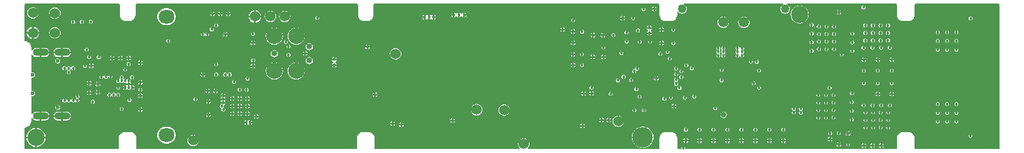
<source format=gbr>
%FSTAX23Y23*%
%MOIN*%
%SFA1B1*%

%IPPOS*%
%AMD65*
4,1,8,0.045300,0.000000,0.045300,0.000000,0.025600,0.019700,-0.025600,0.019700,-0.045300,0.000000,-0.045300,0.000000,-0.025600,-0.019700,0.025600,-0.019700,0.045300,0.000000,0.0*
1,1,0.039370,0.025600,0.000000*
1,1,0.039370,0.025600,0.000000*
1,1,0.039370,-0.025600,0.000000*
1,1,0.039370,-0.025600,0.000000*
%
G04~CAMADD=65~8~0.0~0.0~393.7~905.5~196.8~0.0~15~0.0~0.0~0.0~0.0~0~0.0~0.0~0.0~0.0~0~0.0~0.0~0.0~270.0~906.0~394.0*
%ADD65D65*%
%ADD66C,0.059843*%
%ADD67C,0.050000*%
%ADD68R,0.059843X0.059843*%
%ADD69C,0.060000*%
%ADD70C,0.098425*%
%ADD71C,0.093504*%
%ADD72C,0.033465*%
%ADD73O,0.090551X0.078740*%
%ADD74C,0.060000*%
%ADD75C,0.118110*%
%ADD76C,0.018000*%
%ADD77C,0.018000*%
%ADD78C,0.023622*%
%ADD79C,0.032000*%
%LNpcb_copper_signal_2-1*%
%LPD*%
G36*
X05399Y01244D02*
X05402Y0124D01*
X05402Y01235*
Y01181*
X05402*
X05403Y01172*
X05407Y01164*
X05412Y01156*
X05419Y01151*
X05428Y01147*
X05436Y01146*
X05437Y01146*
X05468*
X05469Y01146*
X05477Y01147*
X05486Y01151*
X05493Y01156*
X05499Y01164*
X05502Y01172*
X05503Y0118*
X05503Y01181*
Y0124*
X05503Y0124*
X05506Y01244*
X05508Y01245*
X05508Y01245*
X05984*
X05984Y01245*
X05987Y01243*
X05989Y0124*
X05989Y0124*
Y00413*
X05989Y00413*
X05989Y00413*
X05986Y00409*
X05984Y00409*
X05984Y00409*
X05508*
X05508Y00409*
X05504Y0041*
X05503Y00413*
X05503Y00413*
Y00472*
X05503*
X05502Y00481*
X05499Y0049*
X05493Y00497*
X05486Y00502*
X05477Y00506*
X05468Y00507*
Y00507*
X05437*
Y00507*
X05428Y00506*
X0542Y00502*
X05412Y00497*
X05407Y0049*
X05403Y00481*
X05402Y00472*
X05402*
Y00413*
X05402Y00413*
X05401Y00411*
X05398Y00409*
X05393*
X04194*
X0419Y00414*
X04191Y00416*
X0419Y0042*
X04187Y00423*
X04184Y00426*
X0418Y00427*
X04175Y00426*
X04172Y00423*
X04169Y0042*
X04168Y00416*
X04169Y00414*
X04165Y00409*
X0415*
X04149Y00409*
X04148Y00409*
X04145Y00413*
Y00418*
Y00472*
Y00472*
X04145*
X04144Y00481*
X0414Y0049*
X04135Y00497*
X04128Y00502*
X04119Y00506*
X0411Y00507*
Y00507*
X04079*
Y00507*
X0407Y00506*
X04061Y00502*
X04054Y00497*
X04049Y0049*
X04045Y00481*
X04044Y00472*
X04044*
Y00413*
X04044Y00413*
X04043Y00411*
X04039Y00409*
X04034*
X0329*
X03288Y00414*
X03289Y00415*
X03294Y00421*
X03298Y00429*
X03299Y00438*
X03298Y00446*
X03294Y00454*
X03289Y0046*
X03283Y00465*
X03275Y00469*
X03267Y0047*
X03258Y00469*
X0325Y00465*
X03244Y0046*
X03239Y00454*
X03235Y00446*
X03234Y00438*
X03235Y00429*
X03239Y00421*
X03244Y00415*
X03245Y00414*
X03243Y00409*
X02417*
X02417Y00409*
X02414Y0041*
X02413Y00413*
X02413Y00413*
Y00472*
X02413*
X02412Y00481*
X02408Y0049*
X02403Y00497*
X02395Y00502*
X02387Y00506*
X02378Y00507*
Y00507*
X02346*
Y00507*
X02337Y00506*
X02329Y00502*
X02322Y00497*
X02316Y0049*
X02313Y00481*
X02312Y00472*
X02312*
Y00413*
X02312Y00413*
X0231Y0041*
X02307Y00409*
X02307Y00409*
X01055*
X01055Y00409*
X01052Y0041*
X01051Y00413*
X01051Y00413*
Y00472*
X01051Y00472*
X01049Y00481*
X01046Y0049*
X0104Y00497*
X01033Y00502*
X01025Y00506*
X01016Y00507*
Y00507*
X00984*
Y00507*
X00975Y00506*
X00967Y00502*
X0096Y00497*
X00954Y0049*
X00951Y00481*
X00949Y00472*
X00949*
Y00413*
X0095Y00413*
X00948Y0041*
X00945Y00409*
X00945Y00409*
X00413*
X00413Y00409*
X0041Y0041*
X00409Y00413*
X00409Y00413*
Y0053*
X00409Y0053*
X0041Y00531*
X00413Y00534*
X00422Y00535*
X00431Y00539*
X00438Y00544*
X00444Y00552*
X00447Y0056*
X00448Y00569*
X00448*
Y00587*
X00449Y00587*
X00453Y00588*
X00458Y00581*
X00466Y00575*
X00476Y00573*
X00497*
Y00598*
Y00624*
X00476*
X00466Y00622*
X00458Y00616*
X00453Y00609*
X00449Y00609*
X00448Y0061*
Y00711*
X00453Y00715*
X00456Y00714*
X00462Y00715*
X00466Y00718*
X00469Y00723*
X0047Y00728*
X00469Y00734*
X00466Y00738*
X00462Y00741*
X00456Y00742*
X00453Y00742*
X00448Y00745*
X00448Y00818*
X00453Y00821*
X00456Y0082*
X00462Y00822*
X00466Y00825*
X00469Y00829*
X0047Y00835*
X00469Y0084*
X00466Y00845*
X00462Y00848*
X00456Y00849*
X00453Y00848*
X00448Y00851*
Y00953*
X00449Y00953*
X00453Y00954*
X00458Y00947*
X00466Y00941*
X00476Y00939*
X00497*
Y00965*
Y0099*
X00476*
X00466Y00988*
X00458Y00982*
X00453Y00975*
X00449Y00976*
X00448Y00976*
Y00994*
X00448*
X00447Y01003*
X00444Y01012*
X00438Y01019*
X00431Y01024*
X00422Y01028*
X00413Y01029*
X0041Y01032*
X00409Y01033*
X00409Y01033*
X00409Y01235*
X00409Y0124*
X00412Y01244*
X00413Y01245*
X00413Y01245*
X00951*
X00951Y01245*
X00953Y01244*
X00955Y0124*
X00955Y01235*
Y01181*
X00955Y0118*
X00957Y01172*
X0096Y01164*
X00966Y01156*
X00973Y01151*
X00981Y01147*
X0099Y01146*
X0099Y01146*
X0101*
X0101Y01146*
X01019Y01147*
X01027Y01151*
X01034Y01156*
X0104Y01164*
X01043Y01172*
X01045Y0118*
X01045Y01181*
Y0124*
X01045Y0124*
X01047Y01243*
X01049Y01244*
X01054Y01245*
X02313*
X02313Y01245*
X02315Y01244*
X02317Y0124*
X02318Y01235*
Y01181*
X02318Y0118*
X02319Y01172*
X02322Y01164*
X02328Y01156*
X02335Y01151*
X02343Y01147*
X02351Y01146*
X02352Y01146*
X02372*
X02373Y01146*
X02381Y01147*
X02389Y01151*
X02397Y01156*
X02402Y01164*
X02406Y01172*
X02407Y0118*
X02407Y01181*
Y0124*
X02407Y0124*
X0241Y01244*
X02411Y01245*
X02411Y01245*
X04039*
X0404Y01245*
X04041Y01244*
X04044Y0124*
X04044Y01235*
Y01181*
X04044*
X04045Y01172*
X04049Y01164*
X04054Y01156*
X04061Y01151*
X0407Y01147*
X04078Y01146*
X04079Y01146*
X0411*
X04111Y01146*
X04119Y01147*
X04128Y01151*
X04135Y01156*
X0414Y01164*
X04144Y01172*
X04145Y0118*
X04145Y01181*
Y01198*
X0415Y01199*
X04153Y01195*
X04159Y01191*
X04165Y01188*
X04172Y01187*
X04179Y01188*
X04186Y01191*
X04192Y01195*
X04196Y01201*
X04199Y01208*
X042Y01215*
X04199Y01222*
X04196Y01228*
X04192Y01234*
X04186Y01238*
X04183Y0124*
X04184Y01245*
X04751*
X04752Y0124*
X04749Y01238*
X04744Y01234*
X04739Y01228*
X04737Y01222*
X04736Y01215*
X04737Y01208*
X04739Y01201*
X04744Y01195*
X04749Y01191*
X04756Y01188*
X04763Y01187*
X0477Y01188*
X04776Y01191*
X04782Y01195*
X04786Y01201*
X04789Y01208*
X0479Y01215*
X04789Y01222*
X04786Y01228*
X04782Y01234*
X04776Y01238*
X04773Y0124*
X04774Y01245*
X05398*
X05398Y01245*
X05399Y01244*
G37*
%LNpcb_copper_signal_2-2*%
%LPC*%
G36*
X04019Y01228D02*
Y0122D01*
X04027*
X04027Y0122*
X04024Y01225*
X04019Y01228*
X04019Y01228*
G37*
G36*
X04009D02*
X04008Y01228D01*
X04003Y01225*
X04Y0122*
X04Y0122*
X04009*
Y01228*
G37*
G36*
X05212Y01236D02*
X05207Y01235D01*
X05204Y01233*
X05201Y01229*
X052Y01225*
X05201Y0122*
X05204Y01217*
X05207Y01214*
X05212Y01213*
X05216Y01214*
X05219Y01217*
X05222Y0122*
X05223Y01225*
X05222Y01229*
X05219Y01233*
X05216Y01235*
X05212Y01236*
G37*
G36*
X03953Y01226D02*
X03948Y01225D01*
X03945Y01223*
X03942Y01219*
X03941Y01215*
X03942Y0121*
X03945Y01207*
X03948Y01204*
X03953Y01204*
X03957Y01204*
X0396Y01207*
X03963Y0121*
X03964Y01215*
X03963Y01219*
X0396Y01223*
X03957Y01225*
X03953Y01226*
G37*
G36*
X04027Y0121D02*
X04019D01*
Y01202*
X04019Y01202*
X04024Y01205*
X04027Y01209*
X04027Y0121*
G37*
G36*
X04009D02*
X04D01*
X04Y01209*
X04003Y01205*
X04008Y01202*
X04009Y01202*
Y0121*
G37*
G36*
X05076Y0121D02*
Y01202D01*
X05084*
X05084Y01202*
X05081Y01207*
X05076Y0121*
X05076Y0121*
G37*
G36*
X05066D02*
X05065Y0121D01*
X05061Y01207*
X05058Y01202*
X05058Y01202*
X05066*
Y0121*
G37*
G36*
X0158Y012D02*
Y01192D01*
X01588*
X01588Y01193*
X01585Y01197*
X0158Y012*
X0158Y012*
G37*
G36*
X0157D02*
X0157Y012D01*
X01565Y01197*
X01562Y01193*
X01562Y01192*
X0157*
Y012*
G37*
G36*
X01535D02*
Y01192D01*
X01543*
X01543Y01193*
X0154Y01197*
X01535Y012*
X01535Y012*
G37*
G36*
X01525D02*
X01525Y012D01*
X0152Y01197*
X01517Y01193*
X01517Y01192*
X01525*
Y012*
G37*
G36*
X0149D02*
Y01192D01*
X01498*
X01498Y01193*
X01495Y01197*
X0149Y012*
X0149Y012*
G37*
G36*
X0148D02*
X0148Y012D01*
X01475Y01197*
X01472Y01193*
X01472Y01192*
X0148*
Y012*
G37*
G36*
X0289Y01194D02*
X02889Y01194D01*
X02884Y01191*
X02883Y01188*
X02877*
X02876Y01191*
X02871Y01194*
X02871Y01194*
Y01181*
Y01167*
X02871Y01167*
X02876Y0117*
X02877Y01173*
X02883*
X02884Y0117*
X02889Y01167*
X0289Y01167*
Y01181*
Y01194*
G37*
G36*
X0292D02*
X02919Y01194D01*
X02914Y01191*
X02912Y01187*
X02912Y01187*
X02907*
X02907Y01187*
X02905Y01191*
X029Y01194*
X029Y01194*
Y01181*
Y01167*
X029Y01167*
X02905Y0117*
X02907Y01174*
X02907Y01174*
X02912*
X02912Y01174*
X02914Y0117*
X02919Y01167*
X0292Y01167*
Y01181*
Y01194*
G37*
G36*
X0293D02*
Y01186D01*
X02938*
X02938Y01186*
X02935Y01191*
X0293Y01194*
X0293Y01194*
G37*
G36*
X02861D02*
X0286Y01194D01*
X02855Y01191*
X02852Y01186*
X02852Y01186*
X02861*
Y01194*
G37*
G36*
X05084Y01192D02*
X05076D01*
Y01183*
X05076Y01183*
X05081Y01186*
X05084Y01191*
X05084Y01192*
G37*
G36*
X05066D02*
X05058D01*
X05058Y01191*
X05061Y01186*
X05065Y01183*
X05066Y01183*
Y01192*
G37*
G36*
X02746Y01181D02*
X02745Y01181D01*
X0274Y01178*
X02736*
X02731Y01181*
X02731Y01181*
Y01168*
Y01154*
X02731Y01154*
X02736Y01157*
X0274*
X02745Y01154*
X02746Y01154*
Y01168*
Y01181*
G37*
G36*
X02721D02*
X0272Y01181D01*
X02715Y01178*
X02711*
X02706Y01181*
X02706Y01181*
Y01168*
Y01154*
X02706Y01154*
X02711Y01157*
X02715*
X0272Y01154*
X02721Y01154*
Y01168*
Y01181*
G37*
G36*
X01734Y01206D02*
Y01177D01*
X01763*
X01763Y01181*
X01759Y01189*
X01753Y01196*
X01746Y01202*
X01738Y01206*
X01734Y01206*
G37*
G36*
X01724D02*
X01719Y01206D01*
X01711Y01202*
X01704Y01196*
X01698Y01189*
X01694Y01181*
X01694Y01177*
X01724*
Y01206*
G37*
G36*
X01588Y01182D02*
X0158D01*
Y01174*
X0158Y01174*
X01585Y01177*
X01588Y01182*
X01588Y01182*
G37*
G36*
X0157D02*
X01562D01*
X01562Y01182*
X01565Y01177*
X0157Y01174*
X0157Y01174*
Y01182*
G37*
G36*
X01543D02*
X01535D01*
Y01174*
X01535Y01174*
X0154Y01177*
X01543Y01182*
X01543Y01182*
G37*
G36*
X01525D02*
X01517D01*
X01517Y01182*
X0152Y01177*
X01525Y01174*
X01525Y01174*
Y01182*
G37*
G36*
X01498D02*
X0149D01*
Y01174*
X0149Y01174*
X01495Y01177*
X01498Y01182*
X01498Y01182*
G37*
G36*
X0148D02*
X01472D01*
X01472Y01182*
X01475Y01177*
X0148Y01174*
X0148Y01174*
Y01182*
G37*
G36*
X02756Y01181D02*
Y01173D01*
X02764*
X02764Y01173*
X02761Y01178*
X02756Y01181*
X02756Y01181*
G37*
G36*
X02696D02*
X02695Y01181D01*
X0269Y01178*
X02687Y01173*
X02687Y01173*
X02696*
Y01181*
G37*
G36*
X02938Y01176D02*
X0293D01*
Y01167*
X0293Y01167*
X02935Y0117*
X02938Y01175*
X02938Y01176*
G37*
G36*
X02861D02*
X02852D01*
X02852Y01175*
X02855Y0117*
X0286Y01167*
X02861Y01167*
Y01176*
G37*
G36*
X03838Y01175D02*
Y01167D01*
X03846*
X03846Y01167*
X03843Y01172*
X03838Y01175*
X03838Y01175*
G37*
G36*
X03828D02*
X03827Y01175D01*
X03822Y01172*
X03819Y01167*
X03819Y01167*
X03828*
Y01175*
G37*
G36*
X00458Y01225D02*
X00449Y01224D01*
X00441Y0122*
X00435Y01215*
X0043Y01209*
X00426Y01201*
X00425Y01193*
X00426Y01184*
X0043Y01176*
X00435Y0117*
X00441Y01165*
X00449Y01161*
X00458Y0116*
X00466Y01161*
X00474Y01165*
X0048Y0117*
X00485Y01176*
X00489Y01184*
X0049Y01193*
X00489Y01201*
X00485Y01209*
X0048Y01215*
X00474Y0122*
X00466Y01224*
X00458Y01225*
G37*
G36*
X00584Y01224D02*
X00575Y01223D01*
X00567Y01219*
X00561Y01214*
X00556Y01208*
X00552Y012*
X00551Y01191*
X00552Y01183*
X00556Y01175*
X00561Y01169*
X00567Y01164*
X00575Y0116*
X00584Y01159*
X00592Y0116*
X006Y01164*
X00606Y01169*
X00611Y01175*
X00615Y01183*
X00616Y01191*
X00615Y012*
X00611Y01208*
X00606Y01214*
X006Y01219*
X00592Y01223*
X00584Y01224*
G37*
G36*
X02764Y01163D02*
X02756D01*
Y01154*
X02756Y01154*
X02761Y01157*
X02764Y01162*
X02764Y01163*
G37*
G36*
X02696D02*
X02687D01*
X02687Y01162*
X0269Y01157*
X02695Y01154*
X02696Y01154*
Y01163*
G37*
G36*
X02085Y01174D02*
X0208Y01173D01*
X02077Y01171*
X02074Y01167*
X02074Y01163*
X02074Y01159*
X02077Y01155*
X0208Y01153*
X02085Y01152*
X02089Y01153*
X02093Y01155*
X02095Y01159*
X02096Y01163*
X02095Y01167*
X02093Y01171*
X02089Y01173*
X02085Y01174*
G37*
G36*
X03893Y01174D02*
X03888Y01173D01*
X03885Y01171*
X03882Y01167*
X03881Y01163*
X03882Y01158*
X03885Y01155*
X03888Y01152*
X03893Y01151*
X03897Y01152*
X039Y01155*
X03903Y01158*
X03904Y01163*
X03903Y01167*
X039Y01171*
X03897Y01173*
X03893Y01174*
G37*
G36*
X05825Y01172D02*
X0582Y01171D01*
X05817Y01168*
X05814Y01165*
X05813Y01161*
X05814Y01156*
X05817Y01153*
X0582Y0115*
X05825Y01149*
X05829Y0115*
X05832Y01153*
X05835Y01156*
X05836Y01161*
X05835Y01165*
X05832Y01168*
X05829Y01171*
X05825Y01172*
G37*
G36*
X03846Y01157D02*
X03838D01*
Y01148*
X03838Y01148*
X03843Y01152*
X03846Y01156*
X03846Y01157*
G37*
G36*
X03828D02*
X03819D01*
X03819Y01156*
X03822Y01152*
X03827Y01148*
X03828Y01148*
Y01157*
G37*
G36*
X019Y01204D02*
X01891Y01203D01*
X01883Y01199*
X01877Y01194*
X01872Y01188*
X01868Y0118*
X01867Y01172*
X01868Y01163*
X01872Y01155*
X01877Y01149*
X01883Y01144*
X01891Y0114*
X019Y01139*
X01908Y0114*
X01916Y01144*
X01922Y01149*
X01927Y01155*
X01931Y01163*
X01932Y01172*
X01931Y0118*
X01927Y01188*
X01922Y01194*
X01916Y01199*
X01908Y01203*
X019Y01204*
G37*
G36*
X01817D02*
X01808Y01203D01*
X018Y01199*
X01794Y01194*
X01789Y01188*
X01785Y0118*
X01784Y01172*
X01785Y01163*
X01789Y01155*
X01794Y01149*
X018Y01144*
X01808Y0114*
X01817Y01139*
X01825Y0114*
X01833Y01144*
X01839Y01149*
X01844Y01155*
X01848Y01163*
X01849Y01172*
X01848Y0118*
X01844Y01188*
X01839Y01194*
X01833Y01199*
X01825Y01203*
X01817Y01204*
G37*
G36*
X03549Y01161D02*
X03545Y0116D01*
X03541Y01157*
X03539Y01154*
X03538Y0115*
X03539Y01145*
X03541Y01142*
X03545Y01139*
X03549Y01138*
X03553Y01139*
X03557Y01142*
X03559Y01145*
X0356Y0115*
X03559Y01154*
X03557Y01157*
X03553Y0116*
X03549Y01161*
G37*
G36*
X01763Y01167D02*
X01734D01*
Y01137*
X01738Y01137*
X01746Y01141*
X01753Y01147*
X01759Y01154*
X01763Y01162*
X01763Y01167*
G37*
G36*
X01724D02*
X01694D01*
X01694Y01162*
X01698Y01154*
X01704Y01147*
X01711Y01141*
X01719Y01137*
X01724Y01137*
Y01167*
G37*
G36*
X04846Y01234D02*
X04832Y01232D01*
X0482Y01227*
X04809Y01219*
X04801Y01208*
X04796Y01196*
X04794Y01183*
X04796Y01169*
X04801Y01157*
X04809Y01146*
X0482Y01138*
X04832Y01133*
X04846Y01131*
X04859Y01133*
X04871Y01138*
X04882Y01146*
X0489Y01157*
X04895Y01169*
X04897Y01183*
X04895Y01196*
X0489Y01208*
X04882Y01219*
X04871Y01227*
X04859Y01232*
X04846Y01234*
G37*
G36*
X00789Y01153D02*
X00785Y01152D01*
X00781Y01149*
X00778Y01146*
X00778Y01141*
X00778Y01137*
X00781Y01133*
X00785Y01131*
X00789Y0113*
X00793Y01131*
X00797Y01133*
X00799Y01137*
X008Y01141*
X00799Y01146*
X00797Y01149*
X00793Y01152*
X00789Y01153*
G37*
G36*
X00738Y01152D02*
X00733Y01151D01*
X0073Y01148*
X00727Y01145*
X00726Y0114*
X00727Y01136*
X0073Y01132*
X00733Y0113*
X00738Y01129*
X00742Y0113*
X00745Y01132*
X00748Y01136*
X00749Y0114*
X00748Y01145*
X00745Y01148*
X00742Y01151*
X00738Y01152*
G37*
G36*
X00687Y01151D02*
X00683Y0115D01*
X00679Y01148*
X00677Y01144*
X00676Y0114*
X00677Y01135*
X00679Y01132*
X00683Y01129*
X00687Y01128*
X00692Y01129*
X00695Y01132*
X00698Y01135*
X00699Y0114*
X00698Y01144*
X00695Y01148*
X00692Y0115*
X00687Y01151*
G37*
G36*
X01228Y01218D02*
X01216D01*
X01204Y01216*
X01193Y01211*
X01183Y01204*
X01175Y01194*
X0117Y01182*
X01169Y0117*
X0117Y01158*
X01175Y01146*
X01183Y01136*
X01193Y01129*
X01204Y01124*
X01216Y01122*
X01228*
X01241Y01124*
X01252Y01129*
X01262Y01136*
X0127Y01146*
X01274Y01158*
X01276Y0117*
X01274Y01182*
X0127Y01194*
X01262Y01204*
X01252Y01211*
X01241Y01216*
X01228Y01218*
G37*
G36*
X04914Y01135D02*
X0491Y01134D01*
X04906Y01131*
X04904Y01128*
X04903Y01124*
X04904Y01119*
X04906Y01116*
X0491Y01113*
X04914Y01112*
X04919Y01113*
X04922Y01116*
X04925Y01119*
X04926Y01124*
X04925Y01128*
X04922Y01131*
X04919Y01134*
X04914Y01135*
G37*
G36*
X0399Y01119D02*
Y01111D01*
X03998*
X03998Y01111*
X03995Y01116*
X0399Y01119*
X0399Y01119*
G37*
G36*
X0398D02*
X03979Y01119D01*
X03974Y01116*
X03971Y01111*
X03971Y01111*
X0398*
Y01119*
G37*
G36*
X01507Y01132D02*
X01503Y01131D01*
X01499Y01128*
X01497Y01125*
X01496Y01121*
X01497Y01116*
X01499Y01113*
X01503Y0111*
X01507Y01109*
X01511Y0111*
X01515Y01113*
X01517Y01116*
X01518Y01121*
X01517Y01125*
X01515Y01128*
X01511Y01131*
X01507Y01132*
G37*
G36*
X05351Y01131D02*
X05347Y01131D01*
X05344Y01128*
X05341Y01125*
X0534Y0112*
X05341Y01116*
X05344Y01112*
X05347Y0111*
X05351Y01109*
X05356Y0111*
X05359Y01112*
X05362Y01116*
X05363Y0112*
X05362Y01125*
X05359Y01128*
X05356Y01131*
X05351Y01131*
G37*
G36*
X05308D02*
X05304Y01131D01*
X053Y01128*
X05298Y01125*
X05297Y0112*
X05298Y01116*
X053Y01112*
X05304Y0111*
X05308Y01109*
X05312Y0111*
X05316Y01112*
X05319Y01116*
X05319Y0112*
X05319Y01125*
X05316Y01128*
X05312Y01131*
X05308Y01131*
G37*
G36*
X05265D02*
X05261Y01131D01*
X05257Y01128*
X05254Y01125*
X05254Y0112*
X05254Y01116*
X05257Y01112*
X05261Y0111*
X05265Y01109*
X05269Y0111*
X05273Y01112*
X05275Y01116*
X05276Y0112*
X05275Y01125*
X05273Y01128*
X05269Y01131*
X05265Y01131*
G37*
G36*
X05222D02*
X05217Y01131D01*
X05214Y01128*
X05211Y01125*
X0521Y0112*
X05211Y01116*
X05214Y01112*
X05217Y0111*
X05222Y01109*
X05226Y0111*
X05229Y01112*
X05232Y01116*
X05233Y0112*
X05232Y01125*
X05229Y01128*
X05226Y01131*
X05222Y01131*
G37*
G36*
X04527Y0117D02*
X04518Y01169D01*
X04511Y01165*
X04504Y0116*
X04499Y01154*
X04496Y01146*
X04494Y01138*
X04496Y01129*
X04499Y01121*
X04504Y01115*
X04511Y0111*
X04518Y01106*
X04527Y01105*
X04535Y01106*
X04543Y0111*
X04549Y01115*
X04554Y01121*
X04558Y01129*
X04559Y01138*
X04558Y01146*
X04554Y01154*
X04549Y0116*
X04543Y01165*
X04535Y01169*
X04527Y0117*
G37*
G36*
X04409D02*
X044Y01169D01*
X04392Y01165*
X04386Y0116*
X04381Y01154*
X04377Y01146*
X04376Y01138*
X04377Y01129*
X04381Y01121*
X04386Y01115*
X04392Y0111*
X044Y01106*
X04409Y01105*
X04417Y01106*
X04425Y0111*
X04431Y01115*
X04436Y01121*
X0444Y01129*
X04441Y01138*
X0444Y01146*
X04436Y01154*
X04431Y0116*
X04425Y01165*
X04417Y01169*
X04409Y0117*
G37*
G36*
X05042Y01125D02*
X05038Y01124D01*
X05034Y01121*
X05032Y01118*
X05031Y01113*
X05032Y01109*
X05034Y01106*
X05038Y01103*
X05042Y01102*
X05047Y01103*
X0505Y01106*
X05053Y01109*
X05053Y01113*
X05053Y01118*
X0505Y01121*
X05047Y01124*
X05042Y01125*
G37*
G36*
X04999D02*
X04995Y01124D01*
X04991Y01121*
X04989Y01118*
X04988Y01113*
X04989Y01109*
X04991Y01106*
X04995Y01103*
X04999Y01102*
X05003Y01103*
X05007Y01106*
X05009Y01109*
X0501Y01113*
X05009Y01118*
X05007Y01121*
X05003Y01124*
X04999Y01125*
G37*
G36*
X04956D02*
X04951Y01124D01*
X04948Y01121*
X04945Y01118*
X04944Y01113*
X04945Y01109*
X04948Y01106*
X04951Y01103*
X04956Y01102*
X0496Y01103*
X04964Y01106*
X04966Y01109*
X04967Y01113*
X04966Y01118*
X04964Y01121*
X0496Y01124*
X04956Y01125*
G37*
G36*
X03494Y01109D02*
Y01101D01*
X03502*
X03502Y01101*
X03499Y01106*
X03494Y01109*
X03494Y01109*
G37*
G36*
X03484D02*
X03483Y01109D01*
X03478Y01106*
X03475Y01101*
X03475Y01101*
X03484*
Y01109*
G37*
G36*
X0406Y01109D02*
Y01101D01*
X04068*
X04068Y01101*
X04065Y01106*
X0406Y01109*
X0406Y01109*
G37*
G36*
X0405D02*
X0405Y01109D01*
X04045Y01106*
X04042Y01101*
X04042Y01101*
X0405*
Y01109*
G37*
G36*
X03553Y01098D02*
Y0109D01*
X03561*
X03561Y0109*
X03558Y01095*
X03553Y01098*
X03553Y01098*
G37*
G36*
X03543D02*
X03542Y01098D01*
X03538Y01095*
X03535Y0109*
X03535Y0109*
X03543*
Y01098*
G37*
G36*
X01482Y01109D02*
X01477Y01108D01*
X01474Y01105*
X01471Y01102*
X0147Y01098*
X01471Y01093*
X01474Y0109*
X01477Y01087*
X01482Y01086*
X01486Y01087*
X01489Y0109*
X01492Y01093*
X01493Y01098*
X01492Y01102*
X01489Y01105*
X01486Y01108*
X01482Y01109*
G37*
G36*
X04123Y01107D02*
X04119Y01106D01*
X04115Y01103*
X04113Y011*
X04112Y01096*
X04113Y01091*
X04115Y01088*
X04119Y01085*
X04123Y01084*
X04127Y01085*
X04131Y01088*
X04133Y01091*
X04134Y01096*
X04133Y011*
X04131Y01103*
X04127Y01106*
X04123Y01107*
G37*
G36*
X03502Y01091D02*
X03494D01*
Y01083*
X03494Y01083*
X03499Y01086*
X03502Y0109*
X03502Y01091*
G37*
G36*
X03484D02*
X03475D01*
X03475Y0109*
X03478Y01086*
X03483Y01083*
X03484Y01083*
Y01091*
G37*
G36*
X04068Y01091D02*
X0406D01*
Y01082*
X0406Y01082*
X04065Y01085*
X04068Y0109*
X04068Y01091*
G37*
G36*
X0405D02*
X04042D01*
X04042Y0109*
X04045Y01085*
X0405Y01082*
X0405Y01082*
Y01091*
G37*
G36*
X00463Y01112D02*
Y01082D01*
X00492*
X00492Y01086*
X00488Y01095*
X00482Y01102*
X00475Y01108*
X00467Y01111*
X00463Y01112*
G37*
G36*
X00453D02*
X00448Y01111D01*
X0044Y01108*
X00433Y01102*
X00427Y01095*
X00423Y01086*
X00423Y01082*
X00453*
Y01112*
G37*
G36*
X03998Y01101D02*
X03971D01*
X03971Y011*
X03974Y01095*
X03978Y01093*
X03978Y01089*
X03978Y01087*
X03975Y01086*
X03972Y01081*
X03972Y01081*
X03999*
X03999Y01081*
X03996Y01086*
X03992Y01088*
X03992Y01092*
X03992Y01094*
X03995Y01095*
X03998Y011*
X03998Y01101*
G37*
G36*
X0392Y01102D02*
X03916Y01102D01*
X03912Y01099*
X0391Y01096*
X03909Y01091*
X0391Y01087*
X03912Y01083*
X03916Y01081*
X0392Y0108*
X03925Y01081*
X03928Y01083*
X03931Y01087*
X03931Y01091*
X03931Y01096*
X03928Y01099*
X03925Y01102*
X0392Y01102*
G37*
G36*
X01563Y01083D02*
Y01075D01*
X01571*
X01571Y01075*
X01568Y0108*
X01564Y01083*
X01563Y01083*
G37*
G36*
X01553D02*
X01553Y01083D01*
X01548Y0108*
X01545Y01075*
X01545Y01075*
X01553*
Y01083*
G37*
G36*
X03601Y01096D02*
X03597Y01095D01*
X03593Y01092*
X03591Y01089*
X0359Y01085*
X03591Y0108*
X03593Y01077*
X03597Y01074*
X03601Y01073*
X03605Y01074*
X03609Y01077*
X03611Y0108*
X03612Y01085*
X03611Y01089*
X03609Y01092*
X03605Y01095*
X03601Y01096*
G37*
G36*
X01456Y0108D02*
X01451Y01079D01*
X01448Y01077*
X01445Y01073*
X01443Y01073*
X01442*
X0144Y01073*
X01438Y01077*
X01434Y01079*
X0143Y0108*
X01426Y01079*
X01422Y01077*
X0142Y01073*
X01419Y01069*
X0142Y01065*
X01422Y01061*
X01426Y01059*
X0143Y01058*
X01434Y01059*
X01438Y01061*
X0144Y01064*
X01442Y01065*
X01443*
X01445Y01064*
X01448Y01061*
X01451Y01059*
X01456Y01058*
X0146Y01059*
X01464Y01061*
X01466Y01065*
X01467Y01069*
X01466Y01073*
X01464Y01077*
X0146Y01079*
X01456Y0108*
G37*
G36*
X03561Y0108D02*
X03553D01*
Y01071*
X03553Y01071*
X03558Y01074*
X03561Y01079*
X03561Y0108*
G37*
G36*
X03543D02*
X03535D01*
X03535Y01079*
X03538Y01074*
X03542Y01071*
X03543Y01071*
Y0108*
G37*
G36*
X05743Y01092D02*
X05739Y01091D01*
X05735Y01089*
X05733Y01085*
X05732Y01081*
X05733Y01077*
X05735Y01073*
X05739Y01071*
X05743Y0107*
X05747Y01071*
X05751Y01073*
X05753Y01077*
X05754Y01081*
X05753Y01085*
X05751Y01089*
X05747Y01091*
X05743Y01092*
G37*
G36*
X0569D02*
X05685Y01091D01*
X05682Y01089*
X05679Y01085*
X05678Y01081*
X05679Y01077*
X05682Y01073*
X05685Y01071*
X0569Y0107*
X05694Y01071*
X05697Y01073*
X057Y01077*
X05701Y01081*
X057Y01085*
X05697Y01089*
X05694Y01091*
X0569Y01092*
G37*
G36*
X05636D02*
X05632Y01091D01*
X05628Y01089*
X05626Y01085*
X05625Y01081*
X05626Y01077*
X05628Y01073*
X05632Y01071*
X05636Y0107*
X0564Y01071*
X05644Y01073*
X05646Y01077*
X05647Y01081*
X05646Y01085*
X05644Y01089*
X0564Y01091*
X05636Y01092*
G37*
G36*
X03667Y01078D02*
Y01069D01*
X03675*
X03675Y0107*
X03672Y01074*
X03668Y01078*
X03667Y01078*
G37*
G36*
X03657D02*
X03657Y01078D01*
X03652Y01074*
X03649Y0107*
X03649Y01069*
X03657*
Y01078*
G37*
G36*
X03726Y01077D02*
Y01069D01*
X03734*
X03734Y01069*
X03731Y01074*
X03726Y01077*
X03726Y01077*
G37*
G36*
X03716D02*
X03715Y01077D01*
X0371Y01074*
X03707Y01069*
X03707Y01069*
X03716*
Y01077*
G37*
G36*
X03855Y0109D02*
X0385Y01089D01*
X03847Y01087*
X03844Y01083*
X03843Y01079*
X03844Y01075*
X03847Y01071*
X0385Y01069*
X03855Y01068*
X03859Y01069*
X03862Y01071*
X03865Y01075*
X03866Y01079*
X03865Y01083*
X03862Y01087*
X03859Y01089*
X03855Y0109*
G37*
G36*
X05351Y01088D02*
X05347Y01087D01*
X05344Y01085*
X05341Y01081*
X0534Y01077*
X05341Y01073*
X05344Y01069*
X05347Y01067*
X05351Y01066*
X05356Y01067*
X05359Y01069*
X05362Y01073*
X05363Y01077*
X05362Y01081*
X05359Y01085*
X05356Y01087*
X05351Y01088*
G37*
G36*
X05308D02*
X05304Y01087D01*
X053Y01085*
X05298Y01081*
X05297Y01077*
X05298Y01073*
X053Y01069*
X05304Y01067*
X05308Y01066*
X05312Y01067*
X05316Y01069*
X05319Y01073*
X05319Y01077*
X05319Y01081*
X05316Y01085*
X05312Y01087*
X05308Y01088*
G37*
G36*
X05265D02*
X05261Y01087D01*
X05257Y01085*
X05254Y01081*
X05254Y01077*
X05254Y01073*
X05257Y01069*
X05261Y01067*
X05265Y01066*
X05269Y01067*
X05273Y01069*
X05275Y01073*
X05276Y01077*
X05275Y01081*
X05273Y01085*
X05269Y01087*
X05265Y01088*
G37*
G36*
X05222D02*
X05217Y01087D01*
X05214Y01085*
X05211Y01081*
X0521Y01077*
X05211Y01073*
X05214Y01069*
X05217Y01067*
X05222Y01066*
X05226Y01067*
X05229Y01069*
X05232Y01073*
X05233Y01077*
X05232Y01081*
X05229Y01085*
X05226Y01087*
X05222Y01088*
G37*
G36*
X05147Y01085D02*
X05142Y01084D01*
X05139Y01081*
X05136Y01078*
X05135Y01074*
X05136Y01069*
X05139Y01066*
X05142Y01063*
X05147Y01062*
X05151Y01063*
X05155Y01066*
X05157Y01069*
X05158Y01074*
X05157Y01078*
X05155Y01081*
X05151Y01084*
X05147Y01085*
G37*
G36*
X04914D02*
X0491Y01084D01*
X04906Y01081*
X04904Y01078*
X04903Y01074*
X04904Y01069*
X04906Y01066*
X0491Y01063*
X04914Y01062*
X04919Y01063*
X04922Y01066*
X04925Y01069*
X04926Y01074*
X04925Y01078*
X04922Y01081*
X04919Y01084*
X04914Y01085*
G37*
G36*
X03999Y01071D02*
X03991D01*
Y01062*
X03991Y01062*
X03996Y01065*
X03999Y0107*
X03999Y01071*
G37*
G36*
X03981D02*
X03972D01*
X03972Y0107*
X03975Y01065*
X0398Y01062*
X03981Y01062*
Y01071*
G37*
G36*
X01717Y01083D02*
X01713Y01082D01*
X01709Y0108*
X01707Y01076*
X01706Y01072*
X01707Y01068*
X01709Y01064*
X01713Y01062*
X01717Y01061*
X01721Y01062*
X01725Y01064*
X01727Y01068*
X01728Y01072*
X01727Y01076*
X01725Y0108*
X01721Y01082*
X01717Y01083*
G37*
G36*
X05042Y01081D02*
X05038Y01081D01*
X05034Y01078*
X05032Y01074*
X05031Y0107*
X05032Y01066*
X05034Y01062*
X05038Y0106*
X05042Y01059*
X05047Y0106*
X0505Y01062*
X05053Y01066*
X05053Y0107*
X05053Y01074*
X0505Y01078*
X05047Y01081*
X05042Y01081*
G37*
G36*
X04999D02*
X04995Y01081D01*
X04991Y01078*
X04989Y01074*
X04988Y0107*
X04989Y01066*
X04991Y01062*
X04995Y0106*
X04999Y01059*
X05003Y0106*
X05007Y01062*
X05009Y01066*
X0501Y0107*
X05009Y01074*
X05007Y01078*
X05003Y01081*
X04999Y01081*
G37*
G36*
X04956D02*
X04951Y01081D01*
X04948Y01078*
X04945Y01074*
X04944Y0107*
X04945Y01066*
X04948Y01062*
X04951Y0106*
X04956Y01059*
X0496Y0106*
X04964Y01062*
X04966Y01066*
X04967Y0107*
X04966Y01074*
X04964Y01078*
X0496Y01081*
X04956Y01081*
G37*
G36*
X01571Y01065D02*
X01563D01*
Y01056*
X01564Y01056*
X01568Y0106*
X01571Y01064*
X01571Y01065*
G37*
G36*
X01553D02*
X01545D01*
X01545Y01064*
X01548Y0106*
X01553Y01056*
X01553Y01056*
Y01065*
G37*
G36*
X0378Y01076D02*
X03775Y01075D01*
X03772Y01072*
X03769Y01069*
X03768Y01064*
X03769Y0106*
X03772Y01056*
X03775Y01054*
X0378Y01053*
X03784Y01054*
X03787Y01056*
X0379Y0106*
X03791Y01064*
X0379Y01069*
X03787Y01072*
X03784Y01075*
X0378Y01076*
G37*
G36*
X03675Y01059D02*
X03667D01*
Y01051*
X03668Y01051*
X03672Y01054*
X03675Y01059*
X03675Y01059*
G37*
G36*
X03657D02*
X03649D01*
X03649Y01059*
X03652Y01054*
X03657Y01051*
X03657Y01051*
Y01059*
G37*
G36*
X03734Y01059D02*
X03726D01*
Y01051*
X03726Y01051*
X03731Y01054*
X03734Y01058*
X03734Y01059*
G37*
G36*
X03716D02*
X03707D01*
X03707Y01058*
X0371Y01054*
X03715Y01051*
X03716Y01051*
Y01059*
G37*
G36*
X00584Y01109D02*
X00575Y01108D01*
X00567Y01105*
X00561Y011*
X00556Y01093*
X00552Y01085*
X00551Y01077*
X00552Y01069*
X00556Y01061*
X00561Y01054*
X00567Y01049*
X00575Y01046*
X00584Y01045*
X00592Y01046*
X006Y01049*
X00606Y01054*
X00611Y01061*
X00615Y01069*
X00616Y01077*
X00615Y01085*
X00611Y01093*
X00606Y011*
X006Y01105*
X00592Y01108*
X00584Y01109*
G37*
G36*
X00492Y01072D02*
X00463D01*
Y01042*
X00467Y01043*
X00475Y01046*
X00482Y01052*
X00488Y01059*
X00492Y01068*
X00492Y01072*
G37*
G36*
X00453D02*
X00423D01*
X00423Y01068*
X00427Y01059*
X00433Y01052*
X0044Y01046*
X00448Y01043*
X00453Y01042*
Y01072*
G37*
G36*
X01722Y01033D02*
Y01025D01*
X0173*
X0173Y01025*
X01727Y0103*
X01722Y01033*
X01722Y01033*
G37*
G36*
X01712D02*
X01711Y01033D01*
X01706Y0103*
X01703Y01025*
X01703Y01025*
X01712*
Y01033*
G37*
G36*
X03553Y01033D02*
Y01025D01*
X03562*
X03562Y01025*
X03558Y0103*
X03554Y01033*
X03553Y01033*
G37*
G36*
X03543D02*
X03543Y01033D01*
X03538Y0103*
X03535Y01025*
X03535Y01025*
X03543*
Y01033*
G37*
G36*
X0406Y01032D02*
Y01024D01*
X04068*
X04068Y01024*
X04065Y01029*
X0406Y01032*
X0406Y01032*
G37*
G36*
X0405D02*
X0405Y01032D01*
X04045Y01029*
X04042Y01024*
X04042Y01024*
X0405*
Y01032*
G37*
G36*
X05351Y01045D02*
X05347Y01044D01*
X05344Y01042*
X05341Y01038*
X0534Y01034*
X05341Y01029*
X05344Y01026*
X05347Y01023*
X05351Y01022*
X05356Y01023*
X05359Y01026*
X05362Y01029*
X05363Y01034*
X05362Y01038*
X05359Y01042*
X05356Y01044*
X05351Y01045*
G37*
G36*
X05308D02*
X05304Y01044D01*
X053Y01042*
X05298Y01038*
X05297Y01034*
X05298Y01029*
X053Y01026*
X05304Y01023*
X05308Y01022*
X05312Y01023*
X05316Y01026*
X05319Y01029*
X05319Y01034*
X05319Y01038*
X05316Y01042*
X05312Y01044*
X05308Y01045*
G37*
G36*
X05265D02*
X05261Y01044D01*
X05257Y01042*
X05254Y01038*
X05254Y01034*
X05254Y01029*
X05257Y01026*
X05261Y01023*
X05265Y01022*
X05269Y01023*
X05273Y01026*
X05275Y01029*
X05276Y01034*
X05275Y01038*
X05273Y01042*
X05269Y01044*
X05265Y01045*
G37*
G36*
X05222D02*
X05217Y01044D01*
X05214Y01042*
X05211Y01038*
X0521Y01034*
X05211Y01029*
X05214Y01026*
X05217Y01023*
X05222Y01022*
X05226Y01023*
X05229Y01026*
X05232Y01029*
X05233Y01034*
X05232Y01038*
X05229Y01042*
X05226Y01044*
X05222Y01045*
G37*
G36*
X05743Y01042D02*
X05739Y01042D01*
X05735Y01039*
X05733Y01035*
X05732Y01031*
X05733Y01027*
X05735Y01023*
X05739Y01021*
X05743Y0102*
X05747Y01021*
X05751Y01023*
X05753Y01027*
X05754Y01031*
X05753Y01035*
X05751Y01039*
X05747Y01042*
X05743Y01042*
G37*
G36*
X0569D02*
X05685Y01042D01*
X05682Y01039*
X05679Y01035*
X05678Y01031*
X05679Y01027*
X05682Y01023*
X05685Y01021*
X0569Y0102*
X05694Y01021*
X05697Y01023*
X057Y01027*
X05701Y01031*
X057Y01035*
X05697Y01039*
X05694Y01042*
X0569Y01042*
G37*
G36*
X05636D02*
X05632Y01042D01*
X05628Y01039*
X05626Y01035*
X05625Y01031*
X05626Y01027*
X05628Y01023*
X05632Y01021*
X05636Y0102*
X0564Y01021*
X05644Y01023*
X05646Y01027*
X05647Y01031*
X05646Y01035*
X05644Y01039*
X0564Y01042*
X05636Y01042*
G37*
G36*
X01232Y01042D02*
X01228Y01041D01*
X01224Y01038*
X01222Y01035*
X01221Y01031*
X01222Y01026*
X01224Y01023*
X01228Y0102*
X01232Y01019*
X01236Y0102*
X0124Y01023*
X01243Y01026*
X01243Y01031*
X01243Y01035*
X0124Y01038*
X01236Y01041*
X01232Y01042*
G37*
G36*
X03856Y01039D02*
X03851Y01038D01*
X03848Y01035*
X03845Y01032*
X03844Y01028*
X03845Y01023*
X03848Y0102*
X03851Y01017*
X03856Y01016*
X0386Y01017*
X03864Y0102*
X03866Y01023*
X03867Y01028*
X03866Y01032*
X03864Y01035*
X0386Y01038*
X03856Y01039*
G37*
G36*
X05042Y01038D02*
X05038Y01037D01*
X05034Y01035*
X05032Y01031*
X05031Y01027*
X05032Y01023*
X05034Y01019*
X05038Y01016*
X05042Y01016*
X05047Y01016*
X0505Y01019*
X05053Y01023*
X05053Y01027*
X05053Y01031*
X0505Y01035*
X05047Y01037*
X05042Y01038*
G37*
G36*
X04999D02*
X04995Y01037D01*
X04991Y01035*
X04989Y01031*
X04988Y01027*
X04989Y01023*
X04991Y01019*
X04995Y01016*
X04999Y01016*
X05003Y01016*
X05007Y01019*
X05009Y01023*
X0501Y01027*
X05009Y01031*
X05007Y01035*
X05003Y01037*
X04999Y01038*
G37*
G36*
X04956D02*
X04951Y01037D01*
X04948Y01035*
X04945Y01031*
X04944Y01027*
X04945Y01023*
X04948Y01019*
X04951Y01016*
X04956Y01016*
X0496Y01016*
X04964Y01019*
X04966Y01023*
X04967Y01027*
X04966Y01031*
X04964Y01035*
X0496Y01037*
X04956Y01038*
G37*
G36*
X0399Y01037D02*
X03985Y01036D01*
X03982Y01034*
X03979Y0103*
X03978Y01026*
X03979Y01022*
X03982Y01018*
X03985Y01016*
X0399Y01015*
X03994Y01016*
X03997Y01018*
X04Y01022*
X04001Y01026*
X04Y0103*
X03997Y01034*
X03994Y01036*
X0399Y01037*
G37*
G36*
X03931D02*
X03926Y01036D01*
X03923Y01034*
X0392Y0103*
X03919Y01026*
X0392Y01022*
X03923Y01018*
X03926Y01016*
X03931Y01015*
X03935Y01016*
X03938Y01018*
X03941Y01022*
X03942Y01026*
X03941Y0103*
X03938Y01034*
X03935Y01036*
X03931Y01037*
G37*
G36*
X01905Y01037D02*
X01901Y01036D01*
X01897Y01033*
X01895Y0103*
X01894Y01025*
X01895Y01021*
X01897Y01018*
X01901Y01015*
X01905Y01014*
X0191Y01015*
X01913Y01018*
X01916Y01021*
X01916Y01025*
X01916Y0103*
X01913Y01033*
X0191Y01036*
X01905Y01037*
G37*
G36*
X04914Y01035D02*
X0491Y01034D01*
X04906Y01031*
X04904Y01028*
X04903Y01024*
X04904Y01019*
X04906Y01016*
X0491Y01013*
X04914Y01012*
X04919Y01013*
X04922Y01016*
X04925Y01019*
X04926Y01024*
X04925Y01028*
X04922Y01031*
X04919Y01034*
X04914Y01035*
G37*
G36*
X05147Y01034D02*
X05142Y01033D01*
X05139Y0103*
X05136Y01027*
X05135Y01023*
X05136Y01018*
X05139Y01015*
X05142Y01012*
X05147Y01011*
X05151Y01012*
X05155Y01015*
X05157Y01018*
X05158Y01023*
X05157Y01027*
X05155Y0103*
X05151Y01033*
X05147Y01034*
G37*
G36*
X01965Y01107D02*
X01952Y01105D01*
X0194Y011*
X0193Y01092*
X01922Y01082*
X01917Y0107*
X01915Y01058*
X01917Y01045*
X01922Y01033*
X0193Y01023*
X0194Y01015*
X01952Y0101*
X01965Y01008*
X01977Y0101*
X01989Y01015*
X01999Y01023*
X02007Y01033*
X02012Y01045*
X02014Y01058*
X02012Y0107*
X02007Y01082*
X01999Y01092*
X01989Y011*
X01977Y01105*
X01965Y01107*
G37*
G36*
X0184D02*
X01827Y01105D01*
X01815Y011*
X01805Y01092*
X01797Y01082*
X01792Y0107*
X0179Y01058*
X01792Y01045*
X01797Y01033*
X01805Y01023*
X01815Y01015*
X01827Y0101*
X0184Y01008*
X01852Y0101*
X01864Y01015*
X01874Y01023*
X01882Y01033*
X01887Y01045*
X01889Y01058*
X01887Y0107*
X01882Y01082*
X01874Y01092*
X01864Y011*
X01852Y01105*
X0184Y01107*
G37*
G36*
X04124Y0103D02*
X04119Y01029D01*
X04116Y01026*
X04113Y01023*
X04112Y01019*
X04113Y01014*
X04116Y01011*
X04119Y01008*
X04124Y01007*
X04128Y01008*
X04131Y01011*
X04134Y01014*
X04135Y01019*
X04134Y01023*
X04131Y01026*
X04128Y01029*
X04124Y0103*
G37*
G36*
X0173Y01015D02*
X01722D01*
Y01007*
X01722Y01007*
X01727Y0101*
X0173Y01014*
X0173Y01015*
G37*
G36*
X01712D02*
X01703D01*
X01703Y01014*
X01706Y0101*
X01711Y01007*
X01712Y01007*
Y01015*
G37*
G36*
X03562Y01015D02*
X03553D01*
Y01006*
X03554Y01006*
X03558Y01009*
X03562Y01014*
X03562Y01015*
G37*
G36*
X03543D02*
X03535D01*
X03535Y01014*
X03538Y01009*
X03543Y01006*
X03543Y01006*
Y01015*
G37*
G36*
X04068Y01014D02*
X0406D01*
Y01005*
X0406Y01005*
X04065Y01008*
X04068Y01013*
X04068Y01014*
G37*
G36*
X0405D02*
X04042D01*
X04042Y01013*
X04045Y01008*
X0405Y01005*
X0405Y01005*
Y01014*
G37*
G36*
X02379Y0101D02*
Y01002D01*
X02387*
X02387Y01002*
X02384Y01007*
X02379Y0101*
X02379Y0101*
G37*
G36*
X02369D02*
X02368Y0101D01*
X02363Y01007*
X0236Y01002*
X0236Y01002*
X02369*
Y0101*
G37*
G36*
X04517Y01001D02*
X04512Y01D01*
X04509Y00997*
X04506Y00994*
X04506Y00993*
X04501*
X04501Y00994*
X04498Y00997*
X04495Y01*
X04491Y01001*
X04486Y01*
X04483Y00997*
X0448Y00994*
X04479Y0099*
X0448Y00985*
X04483Y00982*
X04483Y00976*
X0448Y00973*
X04479Y00969*
X0448Y00964*
X04483Y00961*
X04483Y00961*
Y00955*
X04483Y00954*
X0448Y00951*
X04479Y00947*
X0448Y00942*
X04483Y00939*
X04486Y00936*
X04491Y00935*
X04495Y00936*
X04498Y00939*
X04501Y00942*
X04501Y00942*
X04506*
X04506Y00942*
X04508Y00939*
X04512Y00936*
X04516Y00935*
X04521Y00936*
X04524Y00939*
X04527Y00942*
X04528Y00947*
X04527Y00951*
X04524Y00954*
X04524Y00954*
Y00961*
X04524Y00961*
X04527Y00964*
X04528Y00969*
X04527Y00973*
X04524Y00976*
X04524Y00982*
X04527Y00985*
X04528Y0099*
X04527Y00994*
X04524Y00997*
X04521Y01*
X04517Y01001*
G37*
G36*
X01921Y01011D02*
X01917Y0101D01*
X01913Y01007*
X01911Y01004*
X0191Y00999*
X01911Y00995*
X01913Y00991*
X01917Y00989*
X01921Y00988*
X01925Y00989*
X01929Y00991*
X01931Y00995*
X01932Y00999*
X01931Y01004*
X01929Y01007*
X01925Y0101*
X01921Y01011*
G37*
G36*
X02387Y00992D02*
X02379D01*
Y00984*
X02379Y00984*
X02384Y00987*
X02387Y00991*
X02387Y00992*
G37*
G36*
X02369D02*
X0236D01*
X0236Y00991*
X02363Y00987*
X02368Y00984*
X02369Y00984*
Y00992*
G37*
G36*
X03723Y01004D02*
X03719Y01003D01*
X03715Y01001*
X03713Y00997*
X03712Y00993*
X03713Y00989*
X03715Y00985*
X03719Y00983*
X03723Y00982*
X03727Y00983*
X03731Y00985*
X03733Y00989*
X03734Y00993*
X03733Y00997*
X03731Y01001*
X03727Y01003*
X03723Y01004*
G37*
G36*
X05362Y01004D02*
X05357Y01003D01*
X05354Y01*
X05351Y00997*
X0535Y00992*
X05351Y00988*
X05354Y00984*
X05357Y00982*
X05362Y00981*
X05366Y00982*
X05369Y00984*
X05372Y00988*
X05373Y00992*
X05372Y00997*
X05369Y01*
X05366Y01003*
X05362Y01004*
G37*
G36*
X05312D02*
X05307Y01003D01*
X05304Y01*
X05301Y00997*
X053Y00992*
X05301Y00988*
X05304Y00984*
X05307Y00982*
X05312Y00981*
X05316Y00982*
X05319Y00984*
X05322Y00988*
X05323Y00992*
X05322Y00997*
X05319Y01*
X05316Y01003*
X05312Y01004*
G37*
G36*
X05262D02*
X05257Y01003D01*
X05254Y01*
X05251Y00997*
X0525Y00992*
X05251Y00988*
X05254Y00984*
X05257Y00982*
X05262Y00981*
X05266Y00982*
X05269Y00984*
X05272Y00988*
X05273Y00992*
X05272Y00997*
X05269Y01*
X05266Y01003*
X05262Y01004*
G37*
G36*
X05212D02*
X05207Y01003D01*
X05204Y01*
X05201Y00997*
X052Y00992*
X05201Y00988*
X05204Y00984*
X05207Y00982*
X05212Y00981*
X05216Y00982*
X05219Y00984*
X05222Y00988*
X05223Y00992*
X05222Y00997*
X05219Y01*
X05216Y01003*
X05212Y01004*
G37*
G36*
X0204Y01018D02*
X02032Y01016D01*
X02025Y01012*
X02021Y01005*
X02019Y00998*
X02021Y0099*
X02025Y00983*
X02032Y00979*
X0204Y00977*
X02047Y00979*
X02054Y00983*
X02058Y0099*
X0206Y00998*
X02058Y01005*
X02054Y01012*
X02047Y01016*
X0204Y01018*
G37*
G36*
X05042Y00995D02*
X05038Y00994D01*
X05034Y00991*
X05032Y00988*
X05031Y00984*
X05032Y00979*
X05034Y00976*
X05038Y00973*
X05042Y00972*
X05047Y00973*
X0505Y00976*
X05053Y00979*
X05053Y00984*
X05053Y00988*
X0505Y00991*
X05047Y00994*
X05042Y00995*
G37*
G36*
X04999D02*
X04995Y00994D01*
X04991Y00991*
X04989Y00988*
X04988Y00984*
X04989Y00979*
X04991Y00976*
X04995Y00973*
X04999Y00972*
X05003Y00973*
X05007Y00976*
X05009Y00979*
X0501Y00984*
X05009Y00988*
X05007Y00991*
X05003Y00994*
X04999Y00995*
G37*
G36*
X04956D02*
X04951Y00994D01*
X04948Y00991*
X04945Y00988*
X04944Y00984*
X04945Y00979*
X04948Y00976*
X04951Y00973*
X04956Y00972*
X0496Y00973*
X04964Y00976*
X04966Y00979*
X04967Y00984*
X04966Y00988*
X04964Y00991*
X0496Y00994*
X04956Y00995*
G37*
G36*
X05743Y00993D02*
X05739Y00992D01*
X05735Y00989*
X05733Y00986*
X05732Y00982*
X05733Y00977*
X05735Y00974*
X05739Y00971*
X05743Y0097*
X05747Y00971*
X05751Y00974*
X05753Y00977*
X05754Y00982*
X05753Y00986*
X05751Y00989*
X05747Y00992*
X05743Y00993*
G37*
G36*
X0569D02*
X05685Y00992D01*
X05682Y00989*
X05679Y00986*
X05678Y00982*
X05679Y00977*
X05682Y00974*
X05685Y00971*
X0569Y0097*
X05694Y00971*
X05697Y00974*
X057Y00977*
X05701Y00982*
X057Y00986*
X05697Y00989*
X05694Y00992*
X0569Y00993*
G37*
G36*
X05636D02*
X05632Y00992D01*
X05628Y00989*
X05626Y00986*
X05625Y00982*
X05626Y00977*
X05628Y00974*
X05632Y00971*
X05636Y0097*
X0564Y00971*
X05644Y00974*
X05646Y00977*
X05647Y00982*
X05646Y00986*
X05644Y00989*
X0564Y00992*
X05636Y00993*
G37*
G36*
X00651Y0099D02*
X00631D01*
Y0097*
X00675*
X00674Y00974*
X00669Y00982*
X00661Y00988*
X00651Y0099*
G37*
G36*
X00527D02*
X00507D01*
Y0097*
X00551*
X0055Y00974*
X00545Y00982*
X00537Y00988*
X00527Y0099*
G37*
G36*
X00621D02*
X006D01*
X0059Y00988*
X00582Y00982*
X00577Y00974*
X00576Y0097*
X00621*
Y0099*
G37*
G36*
X00766Y00992D02*
X00761Y00991D01*
X00758Y00988*
X00755Y00985*
X00754Y00981*
X00755Y00976*
X00758Y00973*
X00761Y0097*
X00766Y00969*
X0077Y0097*
X00773Y00973*
X00776Y00976*
X00777Y00981*
X00776Y00985*
X00773Y00988*
X0077Y00991*
X00766Y00992*
G37*
G36*
X0202Y00972D02*
Y00963D01*
X02029*
X02029Y00964*
X02025Y00968*
X02021Y00972*
X0202Y00972*
G37*
G36*
X0201D02*
X0201Y00972D01*
X02005Y00968*
X02002Y00964*
X02002Y00963*
X0201*
Y00972*
G37*
G36*
X04914Y00985D02*
X0491Y00984D01*
X04906Y00981*
X04904Y00978*
X04903Y00974*
X04904Y00969*
X04906Y00966*
X0491Y00963*
X04914Y00962*
X04919Y00963*
X04922Y00966*
X04925Y00969*
X04926Y00974*
X04925Y00978*
X04922Y00981*
X04919Y00984*
X04914Y00985*
G37*
G36*
X05147Y00985D02*
X05142Y00984D01*
X05139Y00981*
X05136Y00978*
X05135Y00973*
X05136Y00969*
X05139Y00966*
X05142Y00963*
X05147Y00962*
X05151Y00963*
X05154Y00966*
X05157Y00969*
X05158Y00973*
X05157Y00978*
X05154Y00981*
X05151Y00984*
X05147Y00985*
G37*
G36*
X03553Y00967D02*
Y00959D01*
X03561*
X03561Y00959*
X03558Y00964*
X03553Y00967*
X03553Y00967*
G37*
G36*
X03543D02*
X03542Y00967D01*
X03538Y00964*
X03535Y00959*
X03535Y00959*
X03543*
Y00967*
G37*
G36*
X0409Y0098D02*
X04085Y00979D01*
X04082Y00976*
X04079Y00973*
X04078Y00969*
X04079Y00964*
X04082Y00961*
X04085Y00958*
X0409Y00957*
X04094Y00958*
X04097Y00961*
X041Y00964*
X04101Y00969*
X041Y00973*
X04097Y00976*
X04094Y00979*
X0409Y0098*
G37*
G36*
X03826Y00973D02*
X03821Y00972D01*
X03818Y00969*
X03815Y00966*
X03814Y00962*
X03815Y00957*
X03818Y00954*
X03821Y00951*
X03826Y0095*
X0383Y00951*
X03833Y00954*
X03836Y00957*
X03837Y00962*
X03836Y00966*
X03833Y00969*
X0383Y00972*
X03826Y00973*
G37*
G36*
X04049Y00968D02*
X04044Y00967D01*
X04041Y00964*
X04038Y00961*
X04037Y00957*
X04038Y00952*
X04041Y00949*
X04044Y00946*
X04049Y00945*
X04053Y00946*
X04056Y00949*
X04059Y00952*
X0406Y00957*
X04059Y00961*
X04056Y00964*
X04053Y00967*
X04049Y00968*
G37*
G36*
X02029Y00953D02*
X0202D01*
Y00945*
X02021Y00945*
X02025Y00948*
X02029Y00953*
X02029Y00953*
G37*
G36*
X0201D02*
X02002D01*
X02002Y00953*
X02005Y00948*
X0201Y00945*
X0201Y00945*
Y00953*
G37*
G36*
X03728Y00952D02*
Y00944D01*
X03736*
X03736Y00944*
X03733Y00949*
X03728Y00952*
X03728Y00952*
G37*
G36*
X03718D02*
X03717Y00952D01*
X03713Y00949*
X0371Y00944*
X0371Y00944*
X03718*
Y00952*
G37*
G36*
X03667D02*
Y00944D01*
X03675*
X03675Y00944*
X03672Y00949*
X03667Y00952*
X03667Y00952*
G37*
G36*
X03657D02*
X03656Y00952D01*
X03651Y00949*
X03648Y00944*
X03648Y00944*
X03657*
Y00952*
G37*
G36*
X036Y00965D02*
X03596Y00964D01*
X03592Y00961*
X0359Y00958*
X03589Y00954*
X0359Y00949*
X03592Y00946*
X03596Y00943*
X036Y00942*
X03604Y00943*
X03608Y00946*
X0361Y00949*
X03611Y00954*
X0361Y00958*
X03608Y00961*
X03604Y00964*
X036Y00965*
G37*
G36*
X05087Y00964D02*
X05082Y00963D01*
X05079Y00961*
X05076Y00957*
X05075Y00953*
X05076Y00949*
X05079Y00945*
X05082Y00943*
X05087Y00942*
X05091Y00943*
X05094Y00945*
X05097Y00949*
X05098Y00953*
X05097Y00957*
X05094Y00961*
X05091Y00963*
X05087Y00964*
G37*
G36*
X03561Y00949D02*
X03553D01*
Y0094*
X03553Y00941*
X03558Y00944*
X03561Y00948*
X03561Y00949*
G37*
G36*
X03543D02*
X03535D01*
X03535Y00948*
X03538Y00944*
X03542Y00941*
X03543Y0094*
Y00949*
G37*
G36*
X01921Y00962D02*
X01917Y00961D01*
X01913Y00959*
X01911Y00955*
X0191Y00951*
X01911Y00947*
X01913Y00943*
X01917Y00941*
X01921Y0094*
X01925Y00941*
X01929Y00943*
X01931Y00947*
X01932Y00951*
X01931Y00955*
X01929Y00959*
X01925Y00961*
X01921Y00962*
G37*
G36*
X00675Y0096D02*
X00631D01*
Y00939*
X00651*
X00661Y00941*
X00669Y00947*
X00674Y00955*
X00675Y0096*
G37*
G36*
X00621D02*
X00576D01*
X00577Y00955*
X00582Y00947*
X0059Y00941*
X006Y00939*
X00621*
Y0096*
G37*
G36*
X00551D02*
X00507D01*
Y00939*
X00527*
X00537Y00941*
X00545Y00947*
X0055Y00955*
X00551Y0096*
G37*
G36*
X0184Y00978D02*
X01832Y00976D01*
X01825Y00972*
X01821Y00965*
X01819Y00958*
X01821Y0095*
X01825Y00943*
X01832Y00939*
X0184Y00937*
X01847Y00939*
X01854Y00943*
X01858Y0095*
X0186Y00958*
X01858Y00965*
X01854Y00972*
X01847Y00976*
X0184Y00978*
G37*
G36*
X0101Y00945D02*
Y00937D01*
X01018*
X01018Y00937*
X01015Y00942*
X01011Y00945*
X0101Y00945*
G37*
G36*
X01D02*
X01Y00945D01*
X00995Y00942*
X00992Y00937*
X00992Y00937*
X01*
Y00945*
G37*
G36*
X00963Y00945D02*
Y00937D01*
X00971*
X00971Y00937*
X00968Y00942*
X00964Y00945*
X00963Y00945*
G37*
G36*
X00953D02*
X00953Y00945D01*
X00948Y00942*
X00945Y00937*
X00945Y00937*
X00953*
Y00945*
G37*
G36*
X00916D02*
Y00937D01*
X00924*
X00924Y00937*
X00921Y00942*
X00917Y00945*
X00916Y00945*
G37*
G36*
X00906D02*
X00906Y00945D01*
X00901Y00942*
X00898Y00937*
X00898Y00937*
X00906*
Y00945*
G37*
G36*
X04409Y01001D02*
X04404Y01D01*
X04401Y00997*
X04398Y00994*
X04397Y0099*
X04398Y00985*
X04401Y00982*
X044Y00976*
X04398Y00973*
X04397Y00969*
X04398Y00964*
X044Y00961*
X04401Y00961*
Y00954*
X044Y00954*
X04398Y00951*
X04397Y00947*
X04398Y00942*
X044Y00939*
X04404Y00936*
X04408Y00935*
X04413Y00936*
X04416Y00939*
X04419Y00942*
X0442Y00947*
X04419Y00951*
X04416Y00954*
X04416Y00954*
Y00961*
X04416Y00961*
X04419Y00964*
X0442Y00969*
X04419Y00973*
X04416Y00976*
X04416Y00982*
X04419Y00985*
X0442Y0099*
X04419Y00994*
X04416Y00997*
X04413Y01*
X04409Y01001*
G37*
G36*
X04381D02*
X04376Y01D01*
X04373Y00997*
X0437Y00994*
X04369Y0099*
X0437Y00985*
X04373Y00982*
X04372Y00976*
X0437Y00973*
X04369Y00969*
X0437Y00964*
X04372Y00961*
X04373Y00961*
Y00954*
X04372Y00954*
X0437Y00951*
X04369Y00947*
X0437Y00942*
X04372Y00939*
X04376Y00936*
X0438Y00935*
X04385Y00936*
X04388Y00939*
X04391Y00942*
X04392Y00947*
X04391Y00951*
X04388Y00954*
X04388Y00954*
Y00961*
X04388Y00961*
X04391Y00964*
X04392Y00969*
X04391Y00973*
X04388Y00976*
X04388Y00982*
X04391Y00985*
X04392Y0099*
X04391Y00994*
X04388Y00997*
X04385Y01*
X04381Y01001*
G37*
G36*
X02188Y00938D02*
Y0093D01*
X02196*
X02196Y0093*
X02193Y00935*
X02188Y00938*
X02188Y00938*
G37*
G36*
X02178D02*
X02177Y00938D01*
X02172Y00935*
X02169Y0093*
X02169Y0093*
X02178*
Y00938*
G37*
G36*
X05378Y00937D02*
Y00929D01*
X05386*
X05386Y00929*
X05383Y00934*
X05379Y00937*
X05378Y00937*
G37*
G36*
X05368D02*
X05368Y00937D01*
X05363Y00934*
X0536Y00929*
X0536Y00929*
X05368*
Y00937*
G37*
G36*
X05298D02*
Y00929D01*
X05306*
X05306Y00929*
X05303Y00934*
X05299Y00937*
X05298Y00937*
G37*
G36*
X05288D02*
X05288Y00937D01*
X05283Y00934*
X0528Y00929*
X0528Y00929*
X05288*
Y00937*
G37*
G36*
X05218D02*
Y00929D01*
X05226*
X05226Y00929*
X05223Y00934*
X05219Y00937*
X05218Y00937*
G37*
G36*
X05208D02*
X05208Y00937D01*
X05203Y00934*
X052Y00929*
X052Y00929*
X05208*
Y00937*
G37*
G36*
X00779Y0095D02*
X00774Y00949D01*
X00771Y00946*
X00768Y00943*
X00767Y00939*
X00768Y00934*
X00771Y00931*
X00774Y00928*
X00779Y00927*
X00783Y00928*
X00786Y00931*
X00789Y00934*
X0079Y00939*
X00789Y00943*
X00786Y00946*
X00783Y00949*
X00779Y0095*
G37*
G36*
X00835Y00949D02*
X0083Y00948D01*
X00827Y00945*
X00824Y00942*
X00823Y00938*
X00824Y00933*
X00827Y0093*
X0083Y00927*
X00835Y00926*
X00839Y00927*
X00842Y0093*
X00845Y00933*
X00846Y00938*
X00845Y00942*
X00842Y00945*
X00839Y00948*
X00835Y00949*
G37*
G36*
X03736Y00934D02*
X03728D01*
Y00925*
X03728Y00925*
X03733Y00928*
X03736Y00933*
X03736Y00934*
G37*
G36*
X03718D02*
X0371D01*
X0371Y00933*
X03713Y00928*
X03717Y00925*
X03718Y00925*
Y00934*
G37*
G36*
X03675D02*
X03667D01*
Y00925*
X03667Y00925*
X03672Y00928*
X03675Y00933*
X03675Y00934*
G37*
G36*
X03657D02*
X03648D01*
X03648Y00933*
X03651Y00928*
X03656Y00925*
X03657Y00925*
Y00934*
G37*
G36*
X02534Y00989D02*
X02525Y00988D01*
X02517Y00984*
X02511Y00979*
X02506Y00973*
X02502Y00965*
X02501Y00957*
X02502Y00948*
X02506Y0094*
X02511Y00934*
X02517Y00929*
X02525Y00925*
X02534Y00924*
X02542Y00925*
X0255Y00929*
X02556Y00934*
X02561Y0094*
X02565Y00948*
X02566Y00957*
X02565Y00965*
X02561Y00973*
X02556Y00979*
X0255Y00984*
X02542Y00988*
X02534Y00989*
G37*
G36*
X01018Y00927D02*
X0101D01*
Y00919*
X01011Y00919*
X01015Y00922*
X01018Y00926*
X01018Y00927*
G37*
G36*
X01D02*
X00992D01*
X00992Y00926*
X00995Y00922*
X01Y00919*
X01Y00919*
Y00927*
G37*
G36*
X04102Y00941D02*
X04098Y0094D01*
X04094Y00937*
X04092Y00934*
X04091Y0093*
X04092Y00925*
X04094Y00922*
X04098Y00919*
X04102Y00918*
X04107Y00919*
X0411Y00922*
X04113Y00925*
X04114Y0093*
X04113Y00934*
X0411Y00937*
X04107Y0094*
X04102Y00941*
G37*
G36*
X00971Y00927D02*
X00963D01*
Y00918*
X00964Y00918*
X00968Y00921*
X00971Y00926*
X00971Y00927*
G37*
G36*
X00953D02*
X00945D01*
X00945Y00926*
X00948Y00921*
X00953Y00918*
X00953Y00918*
Y00927*
G37*
G36*
X00924D02*
X00916D01*
Y00918*
X00917Y00918*
X00921Y00921*
X00924Y00926*
X00924Y00927*
G37*
G36*
X00906D02*
X00898D01*
X00898Y00926*
X00901Y00921*
X00906Y00918*
X00906Y00918*
Y00927*
G37*
G36*
X01078Y00919D02*
Y0091D01*
X01086*
X01086Y00911*
X01083Y00915*
X01078Y00918*
X01078Y00919*
G37*
G36*
X01068D02*
X01067Y00918D01*
X01062Y00915*
X01059Y00911*
X01059Y0091*
X01068*
Y00919*
G37*
G36*
X05386Y00919D02*
X05378D01*
Y0091*
X05379Y0091*
X05383Y00913*
X05386Y00918*
X05386Y00919*
G37*
G36*
X05368D02*
X0536D01*
X0536Y00918*
X05363Y00913*
X05368Y0091*
X05368Y0091*
Y00919*
G37*
G36*
X05306D02*
X05298D01*
Y0091*
X05299Y0091*
X05303Y00913*
X05306Y00918*
X05306Y00919*
G37*
G36*
X05288D02*
X0528D01*
X0528Y00918*
X05283Y00913*
X05288Y0091*
X05288Y0091*
Y00919*
G37*
G36*
X05226D02*
X05218D01*
Y0091*
X05219Y0091*
X05223Y00913*
X05226Y00918*
X05226Y00919*
G37*
G36*
X05208D02*
X052D01*
X052Y00918*
X05203Y00913*
X05208Y0091*
X05208Y0091*
Y00919*
G37*
G36*
X01718Y00931D02*
X01713Y0093D01*
X0171Y00928*
X01707Y00924*
X01706Y0092*
X01707Y00916*
X0171Y00912*
X01713Y00909*
X01718Y00909*
X01722Y00909*
X01725Y00912*
X01728Y00916*
X01729Y0092*
X01728Y00924*
X01725Y00928*
X01722Y0093*
X01718Y00931*
G37*
G36*
X04567Y00924D02*
X04562Y00923D01*
X04559Y0092*
X04556Y00917*
X04555Y00913*
X04556Y00908*
X04559Y00905*
X04562Y00902*
X04567Y00901*
X04571Y00902*
X04574Y00905*
X04577Y00908*
X04578Y00913*
X04577Y00917*
X04574Y0092*
X04571Y00923*
X04567Y00924*
G37*
G36*
X006Y00929D02*
X00595Y00928D01*
X0059Y00925*
X00587Y00921*
X00586Y00915*
X00587Y0091*
X0059Y00905*
X00595Y00902*
X006Y00901*
X00605Y00902*
X0061Y00905*
X00613Y0091*
X00614Y00915*
X00613Y00921*
X0061Y00925*
X00605Y00928*
X006Y00929*
G37*
G36*
X04601Y00923D02*
X04596Y00922D01*
X04593Y00919*
X0459Y00916*
X04589Y00912*
X0459Y00907*
X04593Y00904*
X04596Y00901*
X04601Y009*
X04605Y00901*
X04608Y00904*
X04611Y00907*
X04612Y00912*
X04611Y00916*
X04608Y00919*
X04605Y00922*
X04601Y00923*
G37*
G36*
X0204Y00938D02*
X02032Y00936D01*
X02025Y00932*
X02021Y00925*
X02019Y00918*
X02021Y0091*
X02025Y00903*
X02032Y00899*
X0204Y00897*
X02047Y00899*
X02054Y00903*
X02058Y0091*
X0206Y00918*
X02058Y00925*
X02054Y00932*
X02047Y00936*
X0204Y00938*
G37*
G36*
X03554Y00905D02*
Y00897D01*
X03562*
X03562Y00898*
X03559Y00902*
X03554Y00905*
X03554Y00905*
G37*
G36*
X03544D02*
X03543Y00905D01*
X03539Y00902*
X03536Y00898*
X03536Y00897*
X03544*
Y00905*
G37*
G36*
X02196Y0092D02*
X02169D01*
X02169Y00919*
X02172Y00914*
X02177Y00911*
X02179Y00911*
Y00906*
X02177Y00905*
X02172Y00902*
X02169Y00898*
X02169Y00897*
X02196*
X02196Y00898*
X02193Y00902*
X02188Y00905*
X02186Y00906*
Y00911*
X02188Y00911*
X02193Y00914*
X02196Y00919*
X02196Y0092*
G37*
G36*
X00797Y00901D02*
Y00893D01*
X00805*
X00805Y00893*
X00802Y00898*
X00797Y00901*
X00797Y00901*
G37*
G36*
X00787D02*
X00786Y00901D01*
X00781Y00898*
X00778Y00893*
X00778Y00893*
X00787*
Y00901*
G37*
G36*
X01086Y009D02*
X01078D01*
Y00892*
X01078Y00892*
X01083Y00895*
X01086Y009*
X01086Y009*
G37*
G36*
X01068D02*
X01059D01*
X01059Y009*
X01062Y00895*
X01067Y00892*
X01068Y00892*
Y009*
G37*
G36*
X01723Y00898D02*
Y0089D01*
X01731*
X01731Y00891*
X01728Y00895*
X01723Y00898*
X01723Y00898*
G37*
G36*
X01713D02*
X01712Y00898D01*
X01707Y00895*
X01704Y00891*
X01704Y0089*
X01713*
Y00898*
G37*
G36*
X01005Y00908D02*
X01001Y00908D01*
X00997Y00905*
X00995Y00901*
X00994Y00897*
X00995Y00893*
X00997Y00889*
X01001Y00887*
X01005Y00886*
X01009Y00887*
X01013Y00889*
X01016Y00893*
X01016Y00897*
X01016Y00901*
X01013Y00905*
X01009Y00908*
X01005Y00908*
G37*
G36*
X01507Y00907D02*
X01503Y00907D01*
X01499Y00904*
X01497Y009*
X01496Y00896*
X01497Y00892*
X01499Y00888*
X01503Y00886*
X01507Y00885*
X01511Y00886*
X01515Y00888*
X01517Y00892*
X01518Y00896*
X01517Y009*
X01515Y00904*
X01511Y00907*
X01507Y00907*
G37*
G36*
X036Y00903D02*
X03596Y00902D01*
X03592Y009*
X0359Y00896*
X03589Y00892*
X0359Y00888*
X03592Y00884*
X03596Y00882*
X036Y00881*
X03604Y00882*
X03608Y00884*
X0361Y00888*
X03611Y00892*
X0361Y00896*
X03608Y009*
X03604Y00902*
X036Y00903*
G37*
G36*
X04197Y00902D02*
X04192Y00901D01*
X04189Y00898*
X04186Y00895*
X04185Y00891*
X04186Y00886*
X04189Y00883*
X04192Y0088*
X04197Y00879*
X04201Y0088*
X04204Y00883*
X04207Y00886*
X04208Y00891*
X04207Y00895*
X04204Y00898*
X04201Y00901*
X04197Y00902*
G37*
G36*
X02196Y00887D02*
X02187D01*
Y00879*
X02188Y00879*
X02193Y00882*
X02196Y00887*
X02196Y00887*
G37*
G36*
X02177D02*
X02169D01*
X02169Y00887*
X02172Y00882*
X02177Y00879*
X02177Y00879*
Y00887*
G37*
G36*
X03562D02*
X03554D01*
Y00879*
X03554Y00879*
X03559Y00882*
X03562Y00887*
X03562Y00887*
G37*
G36*
X03544D02*
X03536D01*
X03536Y00887*
X03539Y00882*
X03543Y00879*
X03544Y00879*
Y00887*
G37*
G36*
X00688Y00886D02*
X00684Y00885D01*
X0068Y00882*
X00678Y00879*
X00676Y00879*
X00673Y00879*
X00671Y00882*
X00667Y00885*
X00663Y00886*
X00659Y00885*
X00655Y00882*
X00653Y00879*
X0065Y00879*
X00648Y00879*
X00645Y00882*
X00642Y00885*
X00638Y00886*
X00633Y00885*
X0063Y00882*
X00627Y00879*
X00626Y00874*
X00627Y0087*
X0063Y00866*
X00633Y00864*
X00638Y00863*
X00642Y00864*
X00645Y00866*
X00648Y0087*
X0065Y0087*
X00653Y0087*
X00655Y00866*
X00657Y00865*
X00657Y00865*
Y0086*
X00657Y0086*
X00655Y00858*
X00653Y00855*
X00652Y0085*
X00653Y00846*
X00655Y00842*
X00659Y0084*
X00663Y00839*
X00667Y0084*
X00671Y00842*
X00673Y00846*
X00674Y0085*
X00673Y00855*
X00671Y00858*
X00669Y0086*
X00669Y0086*
Y00865*
X00669Y00865*
X00671Y00866*
X00673Y0087*
X00676Y0087*
X00678Y0087*
X0068Y00866*
X00684Y00864*
X00688Y00863*
X00693Y00864*
X00696Y00866*
X00699Y0087*
X007Y00874*
X00699Y00879*
X00696Y00882*
X00693Y00885*
X00688Y00886*
G37*
G36*
X00756Y00899D02*
X00752Y00898D01*
X00748Y00895*
X00746Y00892*
X00745Y00888*
X00746Y00883*
X00748Y0088*
X00752Y00877*
X00756Y00876*
X00761Y00877*
X00764Y0088*
X00767Y00883*
X00767Y00888*
X00767Y00892*
X00764Y00895*
X00761Y00898*
X00756Y00899*
G37*
G36*
X00805Y00883D02*
X00797D01*
Y00874*
X00797Y00874*
X00802Y00877*
X00805Y00882*
X00805Y00883*
G37*
G36*
X00787D02*
X00778D01*
X00778Y00882*
X00781Y00877*
X00786Y00874*
X00787Y00874*
Y00883*
G37*
G36*
X01731Y0088D02*
X01723D01*
Y00872*
X01723Y00872*
X01728Y00875*
X01731Y0088*
X01731Y0088*
G37*
G36*
X01713D02*
X01704D01*
X01704Y0088*
X01707Y00875*
X01712Y00872*
X01713Y00872*
Y0088*
G37*
G36*
X03916Y00884D02*
X03911Y00883D01*
X03908Y0088*
X03905Y00877*
X03904Y00873*
X03905Y00871*
X03905Y00871*
X039Y00867*
X03898Y00868*
X03894Y00867*
X0389Y00864*
X03888Y00861*
X03887Y00857*
X03888Y00852*
X0389Y00849*
X03894Y00846*
X03898Y00845*
X03903Y00846*
X03906Y00849*
X03909Y00852*
X0391Y00857*
X03909Y00858*
X03909Y00858*
X03914Y00862*
X03916Y00861*
X0392Y00862*
X03923Y00865*
X03926Y00868*
X03927Y00873*
X03926Y00877*
X03923Y0088*
X0392Y00883*
X03916Y00884*
G37*
G36*
X04229Y00886D02*
X04224Y00885D01*
X04221Y00882*
X04218Y00879*
X04217Y00875*
X04218Y0087*
X04221Y00867*
X04224Y00864*
X04229Y00863*
X04233Y00864*
X04236Y00867*
X04239Y0087*
X0424Y00875*
X04239Y00879*
X04236Y00882*
X04233Y00885*
X04229Y00886*
G37*
G36*
X04139Y00884D02*
X04134Y00883D01*
X04131Y0088*
X04128Y00877*
X04127Y00873*
X04128Y00868*
X04131Y00865*
X04134Y00862*
X04139Y00861*
X04143Y00862*
X04146Y00865*
X04149Y00868*
X0415Y00873*
X04149Y00877*
X04146Y0088*
X04143Y00883*
X04139Y00884*
G37*
G36*
X00986Y00877D02*
X00981Y00877D01*
X00978Y00874*
X00975Y00871*
X00974Y00866*
X00975Y00862*
X00978Y00858*
X00981Y00856*
X00986Y00855*
X0099Y00856*
X00993Y00858*
X00996Y00862*
X00997Y00866*
X00996Y00871*
X00993Y00874*
X0099Y00877*
X00986Y00877*
G37*
G36*
X044Y00875D02*
X04395Y00874D01*
X04392Y00871*
X04389Y00868*
X04388Y00864*
X04389Y00859*
X04392Y00856*
X04395Y00853*
X044Y00852*
X04404Y00853*
X04407Y00856*
X0441Y00859*
X04411Y00864*
X0441Y00868*
X04407Y00871*
X04404Y00874*
X044Y00875*
G37*
G36*
X05373Y00872D02*
X05369Y00871D01*
X05365Y00868*
X05363Y00865*
X05362Y00861*
X05363Y00856*
X05365Y00853*
X05369Y0085*
X05373Y00849*
X05377Y0085*
X05381Y00853*
X05384Y00856*
X05384Y00861*
X05384Y00865*
X05381Y00868*
X05377Y00871*
X05373Y00872*
G37*
G36*
X05293D02*
X05289Y00871D01*
X05285Y00868*
X05283Y00865*
X05282Y00861*
X05283Y00856*
X05285Y00853*
X05289Y0085*
X05293Y00849*
X05297Y0085*
X05301Y00853*
X05304Y00856*
X05304Y00861*
X05304Y00865*
X05301Y00868*
X05297Y00871*
X05293Y00872*
G37*
G36*
X05213D02*
X05209Y00871D01*
X05205Y00868*
X05203Y00865*
X05202Y00861*
X05203Y00856*
X05205Y00853*
X05209Y0085*
X05213Y00849*
X05217Y0085*
X05221Y00853*
X05224Y00856*
X05224Y00861*
X05224Y00865*
X05221Y00868*
X05217Y00871*
X05213Y00872*
G37*
G36*
X04613Y00871D02*
X04609Y00871D01*
X04605Y00868*
X04603Y00864*
X04602Y0086*
X04603Y00856*
X04605Y00852*
X04609Y0085*
X04613Y00849*
X04618Y0085*
X04621Y00852*
X04624Y00856*
X04625Y0086*
X04624Y00864*
X04621Y00868*
X04618Y00871*
X04613Y00871*
G37*
G36*
X04169Y00867D02*
X04164Y00867D01*
X04161Y00864*
X04158Y00861*
X04157Y00856*
X04158Y00852*
X04161Y00848*
X04164Y00846*
X04169Y00845*
X04173Y00846*
X04176Y00848*
X04179Y00852*
X0418Y00856*
X04179Y00861*
X04176Y00864*
X04173Y00867*
X04169Y00867*
G37*
G36*
X01435Y0085D02*
Y00842D01*
X01443*
X01443Y00843*
X0144Y00847*
X01436Y0085*
X01435Y0085*
G37*
G36*
X01425D02*
X01425Y0085D01*
X0142Y00847*
X01417Y00843*
X01417Y00842*
X01425*
Y0085*
G37*
G36*
X01584Y00849D02*
X01579Y00848D01*
X01576Y00845*
X01573Y00842*
X01571Y00842*
X0157*
X01568Y00842*
X01566Y00845*
X01562Y00848*
X01558Y00849*
X01554Y00848*
X0155Y00845*
X01548Y00842*
X01547Y00837*
X01548Y00833*
X0155Y00829*
X01554Y00827*
X01558Y00826*
X01562Y00827*
X01566Y00829*
X01568Y00833*
X0157Y00833*
X01571*
X01573Y00833*
X01576Y00829*
X01579Y00827*
X01584Y00826*
X01588Y00827*
X01592Y00829*
X01594Y00833*
X01595Y00837*
X01594Y00842*
X01592Y00845*
X01588Y00848*
X01584Y00849*
G37*
G36*
X04139Y00851D02*
X04134Y0085D01*
X04131Y00847*
X04128Y00844*
X04127Y0084*
X04128Y00835*
X04131Y00832*
X04134Y00829*
X04139Y00828*
X04143Y00829*
X04146Y00832*
X04149Y00835*
X0415Y0084*
X04149Y00844*
X04146Y00847*
X04143Y0085*
X04139Y00851*
G37*
G36*
X00903Y00837D02*
X00898Y00837D01*
X00895Y00834*
X00892Y0083*
X00892Y00829*
X00892Y00829*
X00887Y00828*
X00886Y00829*
X00886Y00829*
X00883Y00832*
X0088Y00835*
X00876Y00836*
X00871Y00835*
X00868Y00832*
X00865Y00829*
X00865Y00828*
X0086Y00828*
X0086Y00828*
X00857Y00831*
X00854Y00834*
X0085Y00835*
X00845Y00834*
X00842Y00831*
X00839Y00828*
X00838Y00824*
X00839Y00819*
X00842Y00816*
X00845Y00813*
X0085Y00812*
X00854Y00813*
X00857Y00816*
X0086Y00819*
X0086Y0082*
X00865Y0082*
X00865Y0082*
X00868Y00817*
X00871Y00814*
X00876Y00813*
X0088Y00814*
X00883Y00817*
X00886Y0082*
X00886Y00822*
X00886Y00822*
X00891Y00823*
X00892Y00822*
X00892Y00822*
X00895Y00818*
X00898Y00816*
X00903Y00815*
X00907Y00816*
X0091Y00818*
X00913Y00822*
X00914Y00826*
X00913Y0083*
X0091Y00834*
X00907Y00837*
X00903Y00837*
G37*
G36*
X01507Y00849D02*
X01503Y00848D01*
X01499Y00845*
X01497Y00842*
X01496Y00837*
X01497Y00833*
X01499Y00829*
X01503Y00827*
X01507Y00826*
X01511Y00827*
X01515Y00829*
X01517Y00833*
X01518Y00837*
X01517Y00842*
X01515Y00845*
X01511Y00848*
X01507Y00849*
G37*
G36*
X01443Y00832D02*
X01435D01*
Y00824*
X01436Y00824*
X0144Y00827*
X01443Y00832*
X01443Y00832*
G37*
G36*
X01425D02*
X01417D01*
X01417Y00832*
X0142Y00827*
X01425Y00824*
X01425Y00824*
Y00832*
G37*
G36*
X0403Y0083D02*
Y00822D01*
X04038*
X04038Y00822*
X04035Y00827*
X0403Y0083*
X0403Y0083*
G37*
G36*
X0402D02*
X04019Y0083D01*
X04015Y00827*
X04012Y00822*
X04011Y00822*
X0402*
Y0083*
G37*
G36*
X03838Y00835D02*
X03833Y00835D01*
X0383Y00832*
X03827Y00828*
X03826Y00824*
X03827Y0082*
X0383Y00816*
X03833Y00814*
X03838Y00813*
X03842Y00814*
X03845Y00816*
X03848Y0082*
X03849Y00824*
X03848Y00828*
X03845Y00832*
X03842Y00835*
X03838Y00835*
G37*
G36*
X04168Y00835D02*
X04163Y00834D01*
X0416Y00831*
X04157Y00828*
X04156Y00824*
X04157Y00819*
X0416Y00816*
X04163Y00813*
X04168Y00812*
X04172Y00813*
X04175Y00816*
X04178Y00819*
X04179Y00824*
X04178Y00828*
X04175Y00831*
X04172Y00834*
X04168Y00835*
G37*
G36*
X00966Y00832D02*
X00962Y00832D01*
X00958Y00829*
X00955Y00826*
X00955Y00821*
X00955Y00817*
X00956Y00816*
X00955Y00813*
X00951Y00812*
X0095Y00812*
X00946Y00813*
X00942Y00812*
X00938Y00809*
X00936Y00806*
X00935Y00802*
X00936Y00797*
X00938Y00794*
X00942Y00791*
X00946Y0079*
X0095Y00791*
X00954Y00794*
X00958*
X00962Y00791*
X00966Y0079*
X0097Y00791*
X00974Y00794*
X00978*
X00981Y00791*
X00986Y0079*
X00988Y00791*
X00991Y00788*
X00992Y00788*
X00992Y00787*
X00992Y00787*
X01018*
X01018Y00787*
X01015Y00792*
X01016Y00797*
X01016Y00802*
X01016Y00806*
X01013Y00809*
X01009Y00812*
X01005Y00813*
X01001Y00812*
X00997Y00809*
X00993*
X0099Y00812*
X00986Y00813*
X00981Y00812*
X00981Y00812*
X00976Y00813*
X00975Y00816*
X00976Y00817*
X00977Y00821*
X00976Y00826*
X00974Y00829*
X0097Y00832*
X00966Y00832*
G37*
G36*
X01025D02*
X01021Y00832D01*
X01017Y00829*
X01015Y00826*
X01014Y00821*
X01015Y00817*
X01017Y00813*
X01021Y00811*
X01025Y0081*
X01029Y00811*
X01033Y00813*
X01035Y00817*
X01036Y00821*
X01035Y00826*
X01033Y00829*
X01029Y00832*
X01025Y00832*
G37*
G36*
X01965Y00907D02*
X01952Y00905D01*
X0194Y009*
X0193Y00892*
X01922Y00882*
X01917Y0087*
X01915Y00858*
X01917Y00845*
X01922Y00833*
X0193Y00823*
X0194Y00815*
X01952Y0081*
X01965Y00808*
X01977Y0081*
X01989Y00815*
X01999Y00823*
X02007Y00833*
X02012Y00845*
X02014Y00858*
X02012Y0087*
X02007Y00882*
X01999Y00892*
X01989Y009*
X01977Y00905*
X01965Y00907*
G37*
G36*
X0184D02*
X01827Y00905D01*
X01815Y009*
X01805Y00892*
X01797Y00882*
X01792Y0087*
X0179Y00858*
X01792Y00845*
X01797Y00833*
X01805Y00823*
X01815Y00815*
X01827Y0081*
X0184Y00808*
X01852Y0081*
X01864Y00815*
X01874Y00823*
X01882Y00833*
X01887Y00845*
X01889Y00858*
X01887Y0087*
X01882Y00882*
X01874Y00892*
X01864Y009*
X01852Y00905*
X0184Y00907*
G37*
G36*
X04038Y00812D02*
X0403D01*
Y00803*
X0403Y00803*
X04035Y00807*
X04038Y00811*
X04038Y00812*
G37*
G36*
X0402D02*
X04011D01*
X04012Y00811*
X04015Y00807*
X04019Y00803*
X0402Y00803*
Y00812*
G37*
G36*
X01686Y00826D02*
X01681Y00825D01*
X01678Y00822*
X01675Y00819*
X01674Y00815*
X01675Y0081*
X01678Y00807*
X01681Y00804*
X01686Y00803*
X0169Y00804*
X01693Y00807*
X01696Y0081*
X01697Y00815*
X01696Y00819*
X01693Y00822*
X0169Y00825*
X01686Y00826*
G37*
G36*
X01077Y00806D02*
Y00798D01*
X01085*
X01085Y00798*
X01082Y00803*
X01078Y00806*
X01077Y00806*
G37*
G36*
X01067D02*
X01067Y00806D01*
X01062Y00803*
X01059Y00798*
X01059Y00798*
X01067*
Y00806*
G37*
G36*
X03882Y00818D02*
X03877Y00817D01*
X03874Y00814*
X03871Y00811*
X0387Y00807*
X03871Y00802*
X03874Y00799*
X03877Y00796*
X03882Y00795*
X03886Y00796*
X03889Y00799*
X03892Y00802*
X03893Y00807*
X03892Y00811*
X03889Y00814*
X03886Y00817*
X03882Y00818*
G37*
G36*
X04399Y00816D02*
X04394Y00815D01*
X04391Y00812*
X04388Y00809*
X04387Y00805*
X04388Y008*
X04391Y00797*
X04394Y00794*
X04399Y00793*
X04403Y00794*
X04406Y00797*
X04409Y008*
X0441Y00805*
X04409Y00809*
X04406Y00812*
X04403Y00815*
X04399Y00816*
G37*
G36*
X03805D02*
X03801Y00815D01*
X03797Y00812*
X03795Y00809*
X03794Y00805*
X03795Y008*
X03797Y00797*
X03801Y00794*
X03805Y00793*
X03809Y00794*
X03813Y00797*
X03815Y008*
X03816Y00805*
X03815Y00809*
X03813Y00812*
X03809Y00815*
X03805Y00816*
G37*
G36*
X00784Y00801D02*
Y00793D01*
X00792*
X00792Y00793*
X00789Y00798*
X00784Y00801*
X00784Y00801*
G37*
G36*
X00774D02*
X00773Y00801D01*
X00769Y00798*
X00766Y00793*
X00766Y00793*
X00774*
Y00801*
G37*
G36*
X00835Y00796D02*
Y00788D01*
X00843*
X00843Y00788*
X0084Y00793*
X00835Y00796*
X00835Y00796*
G37*
G36*
X00825D02*
X00824Y00796D01*
X00819Y00793*
X00816Y00788*
X00816Y00788*
X00825*
Y00796*
G37*
G36*
X01609Y00807D02*
X01604Y00806D01*
X01601Y00803*
X01598Y008*
X01597Y00796*
X01598Y00791*
X01601Y00788*
X01604Y00785*
X01609Y00784*
X01613Y00785*
X01616Y00788*
X01619Y00791*
X0162Y00796*
X01619Y008*
X01616Y00803*
X01613Y00806*
X01609Y00807*
G37*
G36*
X01085Y00788D02*
X01077D01*
Y0078*
X01078Y0078*
X01082Y00783*
X01085Y00787*
X01085Y00788*
G37*
G36*
X01067D02*
X01059D01*
X01059Y00787*
X01062Y00783*
X01067Y0078*
X01067Y0078*
Y00788*
G37*
G36*
X05373Y008D02*
X05369Y00799D01*
X05365Y00796*
X05363Y00793*
X05362Y00789*
X05363Y00784*
X05365Y00781*
X05369Y00778*
X05373Y00777*
X05377Y00778*
X05381Y00781*
X05383Y00784*
X05384Y00789*
X05383Y00793*
X05381Y00796*
X05377Y00799*
X05373Y008*
G37*
G36*
X05293D02*
X05289Y00799D01*
X05285Y00796*
X05283Y00793*
X05282Y00789*
X05283Y00784*
X05285Y00781*
X05289Y00778*
X05293Y00777*
X05297Y00778*
X05301Y00781*
X05303Y00784*
X05304Y00789*
X05303Y00793*
X05301Y00796*
X05297Y00799*
X05293Y008*
G37*
G36*
X05213D02*
X05209Y00799D01*
X05205Y00796*
X05203Y00793*
X05202Y00789*
X05203Y00784*
X05205Y00781*
X05209Y00778*
X05213Y00777*
X05217Y00778*
X05221Y00781*
X05224Y00784*
X05224Y00789*
X05224Y00793*
X05221Y00796*
X05217Y00799*
X05213Y008*
G37*
G36*
X04584Y00798D02*
X04579Y00797D01*
X04576Y00794*
X04573Y00791*
X04572Y00787*
X04573Y00782*
X04576Y00779*
X04579Y00776*
X04584Y00775*
X04588Y00776*
X04591Y00779*
X04594Y00782*
X04595Y00787*
X04594Y00791*
X04591Y00794*
X04588Y00797*
X04584Y00798*
G37*
G36*
X00792Y00783D02*
X00784D01*
Y00774*
X00784Y00774*
X00789Y00778*
X00792Y00782*
X00792Y00783*
G37*
G36*
X00774D02*
X00766D01*
X00766Y00782*
X00769Y00778*
X00773Y00774*
X00774Y00774*
Y00783*
G37*
G36*
X04139Y00819D02*
X04134Y00818D01*
X04131Y00815*
X04128Y00812*
X04127Y00808*
X04128Y00803*
X04131Y008*
X04131Y00799*
Y00793*
X04131Y00792*
X04128Y00789*
X04127Y00785*
X04128Y0078*
X04131Y00777*
X04134Y00774*
X04139Y00773*
X04143Y00774*
X04146Y00777*
X04149Y0078*
X0415Y00785*
X04149Y00789*
X04146Y00792*
X04146Y00793*
Y00799*
X04146Y008*
X04149Y00803*
X0415Y00808*
X04149Y00812*
X04146Y00815*
X04143Y00818*
X04139Y00819*
G37*
G36*
X00843Y00778D02*
X00835D01*
Y00769*
X00835Y00769*
X0084Y00772*
X00843Y00777*
X00843Y00778*
G37*
G36*
X00825D02*
X00816D01*
X00816Y00777*
X00819Y00772*
X00824Y00769*
X00825Y00769*
Y00778*
G37*
G36*
X0103Y00775D02*
Y00767D01*
X01038*
X01038Y00768*
X01035Y00772*
X0103Y00775*
X0103Y00775*
G37*
G36*
X00981D02*
X0098Y00775D01*
X00975Y00772*
X00972Y00768*
X00972Y00767*
X00981*
Y00775*
G37*
G36*
X03655Y00774D02*
X0365Y00773D01*
X03647Y0077*
X03644Y00767*
X03643Y00763*
X03644Y00758*
X03647Y00755*
X0365Y00752*
X03655Y00751*
X03659Y00752*
X03662Y00755*
X03665Y00758*
X03666Y00763*
X03665Y00767*
X03662Y0077*
X03659Y00773*
X03655Y00774*
G37*
G36*
X04613Y00773D02*
X04609Y00773D01*
X04605Y0077*
X04603Y00766*
X04602Y00762*
X04603Y00758*
X04605Y00754*
X04609Y00752*
X04613Y00751*
X04618Y00752*
X04621Y00754*
X04624Y00758*
X04625Y00762*
X04624Y00766*
X04621Y0077*
X04618Y00773*
X04613Y00773*
G37*
G36*
X00946D02*
X00942Y00773D01*
X00938Y0077*
X00936Y00766*
X00935Y00762*
X00936Y00758*
X00938Y00754*
X00942Y00752*
X00946Y00751*
X0095Y00752*
X00954Y00754*
X00956Y00758*
X00957Y00762*
X00956Y00766*
X00954Y0077*
X0095Y00773*
X00946Y00773*
G37*
G36*
X04157Y00773D02*
X04153Y00772D01*
X0415Y00769*
X04147Y00766*
X04146Y00762*
X04147Y00757*
X0415Y00754*
X04153Y00751*
X04157Y0075*
X04162Y00751*
X04165Y00754*
X04168Y00757*
X04169Y00762*
X04168Y00766*
X04165Y00769*
X04162Y00772*
X04157Y00773*
G37*
G36*
X05017Y00772D02*
X05012Y00771D01*
X05009Y00768*
X05006Y00765*
X05005Y00761*
X05006Y00756*
X05009Y00753*
X05012Y0075*
X05017Y00749*
X05021Y0075*
X05024Y00753*
X05027Y00756*
X05028Y00761*
X05027Y00765*
X05024Y00768*
X05021Y00771*
X05017Y00772*
G37*
G36*
X01508Y00758D02*
Y00749D01*
X01517*
X01516Y0075*
X01513Y00754*
X01509Y00757*
X01508Y00758*
G37*
G36*
X01498D02*
X01498Y00757D01*
X01493Y00754*
X0149Y0075*
X0149Y00749*
X01498*
Y00758*
G37*
G36*
X01463D02*
Y00749D01*
X01472*
X01471Y0075*
X01468Y00754*
X01464Y00757*
X01463Y00758*
G37*
G36*
X01453D02*
X01453Y00757D01*
X01448Y00754*
X01445Y0075*
X01445Y00749*
X01453*
Y00758*
G37*
G36*
X01038Y00757D02*
X0103D01*
Y00749*
X0103Y00749*
X01035Y00752*
X01038Y00757*
X01038Y00757*
G37*
G36*
X0102Y00777D02*
X00991D01*
Y00762*
Y00749*
X00991Y00749*
X00996Y00752*
X01001Y00752*
X01005Y00751*
X01009Y00752*
X01015Y00752*
X01019Y00749*
X0102Y00749*
Y00762*
Y00777*
G37*
G36*
X00981Y00757D02*
X00972D01*
X00972Y00757*
X00975Y00752*
X0098Y00749*
X00981Y00749*
Y00757*
G37*
G36*
X03912Y00766D02*
X03907Y00765D01*
X03904Y00762*
X03901Y00759*
X039Y00755*
X03901Y0075*
X03904Y00747*
X03907Y00744*
X03912Y00743*
X03916Y00744*
X03919Y00747*
X03922Y0075*
X03923Y00755*
X03922Y00759*
X03919Y00762*
X03916Y00765*
X03912Y00766*
G37*
G36*
X00835Y0075D02*
Y00742D01*
X00843*
X00843Y00743*
X0084Y00747*
X00835Y0075*
X00835Y0075*
G37*
G36*
X00825D02*
X00824Y0075D01*
X00819Y00747*
X00816Y00743*
X00816Y00742*
X00825*
Y0075*
G37*
G36*
X01681Y00761D02*
X01677Y0076D01*
X01673Y00758*
X01671Y00754*
X0167Y0075*
X01671Y00746*
X01673Y00742*
X01677Y0074*
X01681Y00739*
X01685Y0074*
X01689Y00742*
X01691Y00746*
X01692Y0075*
X01691Y00754*
X01689Y00758*
X01685Y0076*
X01681Y00761*
G37*
G36*
X01642D02*
X01637Y0076D01*
X01634Y00758*
X01631Y00754*
X0163Y0075*
X01631Y00746*
X01634Y00742*
X01637Y0074*
X01642Y00739*
X01646Y0074*
X01649Y00742*
X01652Y00746*
X01653Y0075*
X01652Y00754*
X01649Y00758*
X01646Y0076*
X01642Y00761*
G37*
G36*
X01072Y00761D02*
X01068Y0076D01*
X01064Y00758*
X01062Y00754*
X01061Y0075*
X01062Y00746*
X01064Y00742*
X01068Y00739*
X01072Y00739*
X01076Y00739*
X0108Y00742*
X01082Y00746*
X01083Y0075*
X01082Y00754*
X0108Y00758*
X01076Y0076*
X01072Y00761*
G37*
G36*
X00784Y00745D02*
Y00737D01*
X00792*
X00792Y00738*
X00789Y00742*
X00784Y00745*
X00784Y00745*
G37*
G36*
X00774D02*
X00773Y00745D01*
X00769Y00742*
X00766Y00738*
X00766Y00737*
X00774*
Y00745*
G37*
G36*
X0366Y00741D02*
Y00733D01*
X03668*
X03668Y00733*
X03665Y00738*
X0366Y00741*
X0366Y00741*
G37*
G36*
X0365D02*
X03649Y00741D01*
X03644Y00738*
X03641Y00733*
X03641Y00733*
X0365*
Y00741*
G37*
G36*
X03615D02*
Y00733D01*
X03623*
X03623Y00733*
X0362Y00738*
X03615Y00741*
X03615Y00741*
G37*
G36*
X03605D02*
X03604Y00741D01*
X03599Y00738*
X03596Y00733*
X03596Y00733*
X03605*
Y00741*
G37*
G36*
X01517Y00739D02*
X01508D01*
Y00731*
X01509Y00731*
X01513Y00734*
X01516Y00739*
X01517Y00739*
G37*
G36*
X01498D02*
X0149D01*
X0149Y00739*
X01493Y00734*
X01498Y00731*
X01498Y00731*
Y00739*
G37*
G36*
X01472D02*
X01463D01*
Y00731*
X01464Y00731*
X01468Y00734*
X01471Y00739*
X01472Y00739*
G37*
G36*
X01453D02*
X01445D01*
X01445Y00739*
X01448Y00734*
X01453Y00731*
X01453Y00731*
Y00739*
G37*
G36*
X05378Y00739D02*
Y00731D01*
X05386*
X05386Y00731*
X05383Y00736*
X05379Y00739*
X05378Y00739*
G37*
G36*
X05368D02*
X05368Y00739D01*
X05363Y00736*
X0536Y00731*
X0536Y00731*
X05368*
Y00739*
G37*
G36*
X05298D02*
Y00731D01*
X05306*
X05306Y00731*
X05303Y00736*
X05299Y00739*
X05298Y00739*
G37*
G36*
X05288D02*
X05288Y00739D01*
X05283Y00736*
X0528Y00731*
X0528Y00731*
X05288*
Y00739*
G37*
G36*
X0092Y00732D02*
X00916Y00732D01*
X00912Y00729*
X0091Y00727*
X0091Y00727*
X00906Y00727*
X00905Y00727*
X00903Y00729*
X009Y00732*
X00896Y00732*
X00891Y00732*
X00888Y00729*
X00885Y00726*
X00884Y00721*
X00885Y00717*
X00888Y00713*
X00891Y00711*
X00896Y0071*
X009Y00711*
X00903Y00713*
X00905Y00716*
X00906Y00716*
X0091Y00716*
X0091Y00716*
X00912Y00713*
X00916Y00711*
X0092Y0071*
X00924Y00711*
X00928Y00713*
X0093Y00717*
X0093Y00718*
X00936*
X00936Y00717*
X00938Y00713*
X00942Y00711*
X00946Y0071*
X0095Y00711*
X00954Y00713*
X00956Y00717*
X00957Y00721*
X00956Y00726*
X00954Y00729*
X0095Y00732*
X00946Y00732*
X00942Y00732*
X00938Y00729*
X00936Y00726*
X00936Y00725*
X0093*
X0093Y00726*
X00928Y00729*
X00924Y00732*
X0092Y00732*
G37*
G36*
X02421Y00735D02*
Y00726D01*
X02429*
X02429Y00727*
X02426Y00732*
X02421Y00735*
X02421Y00735*
G37*
G36*
X02411D02*
X0241Y00735D01*
X02405Y00732*
X02402Y00727*
X02402Y00726*
X02411*
Y00735*
G37*
G36*
X00843Y00732D02*
X00835D01*
Y00724*
X00835Y00724*
X0084Y00727*
X00843Y00732*
X00843Y00732*
G37*
G36*
X00825D02*
X00816D01*
X00816Y00732*
X00819Y00727*
X00824Y00724*
X00825Y00724*
Y00732*
G37*
G36*
X01077Y00728D02*
Y0072D01*
X01085*
X01085Y00721*
X01082Y00725*
X01078Y00728*
X01077Y00728*
G37*
G36*
X01067D02*
X01067Y00728D01*
X01062Y00725*
X01059Y00721*
X01059Y0072*
X01067*
Y00728*
G37*
G36*
X01552Y00728D02*
Y0072D01*
X0156*
X0156Y0072*
X01557Y00725*
X01552Y00728*
X01552Y00728*
G37*
G36*
X01542D02*
X01542Y00728D01*
X01537Y00725*
X01534Y0072*
X01534Y0072*
X01542*
Y00728*
G37*
G36*
X00792Y00727D02*
X00784D01*
Y00719*
X00784Y00719*
X00789Y00722*
X00792Y00727*
X00792Y00727*
G37*
G36*
X00774D02*
X00766D01*
X00766Y00727*
X00769Y00722*
X00773Y00719*
X00774Y00719*
Y00727*
G37*
G36*
X05145Y00741D02*
X0514Y0074D01*
X05137Y00737*
X05134Y00734*
X05133Y0073*
X05134Y00725*
X05137Y00722*
X0514Y00719*
X05145Y00718*
X05149Y00719*
X05152Y00722*
X05155Y00725*
X05156Y0073*
X05155Y00734*
X05152Y00737*
X05149Y0074*
X05145Y00741*
G37*
G36*
X03765Y00738D02*
X0376Y00737D01*
X03757Y00734*
X03754Y00731*
X03753Y00727*
X03754Y00722*
X03757Y00719*
X0376Y00716*
X03765Y00715*
X03769Y00716*
X03772Y00719*
X03775Y00722*
X03776Y00727*
X03775Y00731*
X03772Y00734*
X03769Y00737*
X03765Y00738*
G37*
G36*
X03668Y00723D02*
X0366D01*
Y00715*
X0366Y00715*
X03665Y00718*
X03668Y00722*
X03668Y00723*
G37*
G36*
X0365D02*
X03641D01*
X03641Y00722*
X03644Y00718*
X03649Y00715*
X0365Y00715*
Y00723*
G37*
G36*
X03623D02*
X03615D01*
Y00715*
X03615Y00715*
X0362Y00718*
X03623Y00722*
X03623Y00723*
G37*
G36*
X03605D02*
X03596D01*
X03596Y00722*
X03599Y00718*
X03604Y00715*
X03605Y00715*
Y00723*
G37*
G36*
X05386Y00721D02*
X05378D01*
Y00712*
X05379Y00712*
X05383Y00715*
X05386Y0072*
X05386Y00721*
G37*
G36*
X05368D02*
X0536D01*
X0536Y0072*
X05363Y00715*
X05368Y00712*
X05368Y00712*
Y00721*
G37*
G36*
X05306D02*
X05298D01*
Y00712*
X05299Y00712*
X05303Y00715*
X05306Y0072*
X05306Y00721*
G37*
G36*
X05288D02*
X0528D01*
X0528Y0072*
X05283Y00715*
X05288Y00712*
X05288Y00712*
Y00721*
G37*
G36*
X05039Y00731D02*
X05035Y0073D01*
X05031Y00727*
X05029Y00724*
X05028Y00719*
X05029Y00715*
X05031Y00712*
X05035Y00709*
X05039Y00708*
X05044Y00709*
X05047Y00712*
X0505Y00715*
X0505Y00719*
X0505Y00724*
X05047Y00727*
X05044Y0073*
X05039Y00731*
G37*
G36*
X04996D02*
X04992Y0073D01*
X04988Y00727*
X04986Y00724*
X04985Y00719*
X04986Y00715*
X04988Y00712*
X04992Y00709*
X04996Y00708*
X05Y00709*
X05004Y00712*
X05006Y00715*
X05007Y00719*
X05006Y00724*
X05004Y00727*
X05Y0073*
X04996Y00731*
G37*
G36*
X04953D02*
X04948Y0073D01*
X04945Y00727*
X04942Y00724*
X04941Y00719*
X04942Y00715*
X04945Y00712*
X04948Y00709*
X04953Y00708*
X04957Y00709*
X04961Y00712*
X04963Y00715*
X04964Y00719*
X04963Y00724*
X04961Y00727*
X04957Y0073*
X04953Y00731*
G37*
G36*
X02429Y00716D02*
X02421D01*
Y00708*
X02421Y00708*
X02426Y00711*
X02429Y00716*
X02429Y00716*
G37*
G36*
X02411D02*
X02402D01*
X02402Y00716*
X02405Y00711*
X0241Y00708*
X02411Y00708*
Y00716*
G37*
G36*
X0169Y00712D02*
Y00704D01*
X01698*
X01698Y00704*
X01695Y00709*
X0169Y00712*
X0169Y00712*
G37*
G36*
X0168D02*
X01679Y00712D01*
X01675Y00709*
X01672Y00704*
X01672Y00704*
X0168*
Y00712*
G37*
G36*
X01647D02*
Y00704D01*
X01655*
X01655Y00704*
X01652Y00709*
X01647Y00712*
X01647Y00712*
G37*
G36*
X01637D02*
X01636Y00712D01*
X01631Y00709*
X01628Y00704*
X01628Y00704*
X01637*
Y00712*
G37*
G36*
X01603D02*
Y00704D01*
X01611*
X01611Y00704*
X01608Y00709*
X01604Y00712*
X01603Y00712*
G37*
G36*
X01593D02*
X01593Y00712D01*
X01588Y00709*
X01585Y00704*
X01585Y00704*
X01593*
Y00712*
G37*
G36*
X01085Y0071D02*
X01077D01*
Y00702*
X01078Y00702*
X01082Y00705*
X01085Y0071*
X01085Y0071*
G37*
G36*
X01067D02*
X01059D01*
X01059Y0071*
X01062Y00705*
X01067Y00702*
X01067Y00702*
Y0071*
G37*
G36*
X04242Y00723D02*
X04238Y00722D01*
X04234Y00719*
X04232Y00716*
X04231Y00712*
X04232Y00707*
X04234Y00704*
X04238Y00701*
X04242Y007*
X04246Y00701*
X0425Y00704*
X04253Y00707*
X04253Y00712*
X04253Y00716*
X0425Y00719*
X04246Y00722*
X04242Y00723*
G37*
G36*
X0156Y0071D02*
X01534D01*
X01534Y00709*
X01537Y00705*
X01534Y007*
X01534Y007*
X0156*
X0156Y007*
X01557Y00705*
X0156Y00709*
X0156Y0071*
G37*
G36*
X0393Y00722D02*
X03925Y00721D01*
X03922Y00718*
X03919Y00715*
X03918Y00711*
X03919Y00706*
X03922Y00703*
X03925Y007*
X0393Y00699*
X03934Y007*
X03937Y00703*
X0394Y00706*
X03941Y00711*
X0394Y00715*
X03937Y00718*
X03934Y00721*
X0393Y00722*
G37*
G36*
X04189Y00717D02*
X04184Y00716D01*
X04181Y00713*
X04178Y0071*
X04177Y00706*
X04178Y00701*
X04181Y00698*
X04184Y00695*
X04189Y00694*
X04193Y00695*
X04196Y00698*
X04199Y00701*
X042Y00706*
X04199Y0071*
X04196Y00713*
X04193Y00716*
X04189Y00717*
G37*
G36*
X0411D02*
X04105Y00716D01*
X04102Y00713*
X04099Y0071*
X04098Y00706*
X04099Y00701*
X04102Y00698*
X04105Y00695*
X0411Y00694*
X04114Y00695*
X04117Y00698*
X0412Y00701*
X04121Y00706*
X0412Y0071*
X04117Y00713*
X04114Y00716*
X0411Y00717*
G37*
G36*
X00714Y00724D02*
X00709Y00723D01*
X00706Y0072*
X00703Y00717*
X00702Y00713*
X00703Y00708*
X00706Y00705*
X00707Y00704*
Y00698*
X00706Y00697*
X00704Y00694*
X00702Y00694*
X00701Y00694*
X00698Y00694*
X00696Y00696*
X00693Y00699*
X00689Y007*
X00684Y00699*
X00681Y00696*
X00678Y00693*
X00676Y00693*
X00675Y00693*
X00673Y00693*
X00671Y00696*
X00667Y00699*
X00663Y007*
X00659Y00699*
X00655Y00696*
X00653Y00693*
X0065Y00693*
X00648Y00693*
X00645Y00696*
X00642Y00699*
X00638Y007*
X00633Y00699*
X0063Y00696*
X00627Y00693*
X00626Y00689*
X00627Y00684*
X0063Y00681*
X00633Y00678*
X00638Y00677*
X00642Y00678*
X00645Y00681*
X00648Y00684*
X0065Y00684*
X00653Y00684*
X00655Y00681*
X00659Y00678*
X00663Y00677*
X00667Y00678*
X00671Y00681*
X00673Y00684*
X00675Y00684*
X00676Y00684*
X00678Y00684*
X00681Y00681*
X00684Y00678*
X00689Y00677*
X00693Y00678*
X00696Y00681*
X00698Y00684*
X007Y00684*
X00701Y00684*
X00704Y00684*
X00706Y00681*
X00709Y00679*
X00714Y00678*
X00718Y00679*
X00721Y00681*
X00724Y00685*
X00725Y00689*
X00724Y00693*
X00721Y00697*
X0072Y00698*
Y00704*
X00721Y00705*
X00724Y00708*
X00725Y00713*
X00724Y00717*
X00721Y0072*
X00718Y00723*
X00714Y00724*
G37*
G36*
X01467Y00697D02*
Y00689D01*
X01475*
X01475Y00689*
X01472Y00694*
X01467Y00697*
X01467Y00697*
G37*
G36*
X01457D02*
X01456Y00697D01*
X01452Y00694*
X01449Y00689*
X01448Y00689*
X01457*
Y00697*
G37*
G36*
X04072Y0071D02*
X04067Y00709D01*
X04064Y00706*
X04061Y00703*
X04061Y00699*
X04061Y00694*
X04064Y00691*
X04067Y00688*
X04072Y00687*
X04076Y00688*
X0408Y00691*
X04082Y00694*
X04083Y00699*
X04082Y00703*
X0408Y00706*
X04076Y00709*
X04072Y0071*
G37*
G36*
X01698Y00694D02*
X0169D01*
Y00686*
X0169Y00686*
X01695Y00689*
X01698Y00693*
X01698Y00694*
G37*
G36*
X0168D02*
X01672D01*
X01672Y00693*
X01675Y00689*
X01679Y00686*
X0168Y00686*
Y00694*
G37*
G36*
X01655D02*
X01647D01*
Y00686*
X01647Y00686*
X01652Y00689*
X01655Y00693*
X01655Y00694*
G37*
G36*
X01637D02*
X01628D01*
X01628Y00693*
X01631Y00689*
X01636Y00686*
X01637Y00686*
Y00694*
G37*
G36*
X01611D02*
X01603D01*
Y00686*
X01604Y00686*
X01608Y00689*
X01611Y00693*
X01611Y00694*
G37*
G36*
X01593D02*
X01585D01*
X01585Y00693*
X01588Y00689*
X01593Y00686*
X01593Y00686*
Y00694*
G37*
G36*
X01388Y00707D02*
X01383Y00706D01*
X0138Y00704*
X01377Y007*
X01376Y00696*
X01377Y00692*
X0138Y00688*
X01383Y00686*
X01388Y00685*
X01392Y00686*
X01395Y00688*
X01398Y00692*
X01399Y00696*
X01398Y007*
X01395Y00704*
X01392Y00706*
X01388Y00707*
G37*
G36*
X0101Y00703D02*
X01006Y00702D01*
X01002Y00699*
X01Y00696*
X00999Y00692*
X01Y00687*
X01002Y00684*
X01006Y00681*
X0101Y0068*
X01015Y00681*
X01018Y00684*
X01021Y00687*
X01022Y00692*
X01021Y00696*
X01018Y00699*
X01015Y00702*
X0101Y00703*
G37*
G36*
X0156Y0069D02*
X01534D01*
X01534Y00689*
X01537Y00685*
X01534Y00681*
X01534Y0068*
X0156*
X0156Y00681*
X01557Y00685*
X0156Y00689*
X0156Y0069*
G37*
G36*
X01475Y00679D02*
X01467D01*
Y0067*
X01467Y0067*
X01472Y00674*
X01475Y00678*
X01475Y00679*
G37*
G36*
X01457D02*
X01448D01*
X01449Y00678*
X01452Y00674*
X01456Y0067*
X01457Y0067*
Y00679*
G37*
G36*
X00801Y00692D02*
X00796Y00692D01*
X00793Y00689*
X0079Y00685*
X0079Y00681*
X0079Y00677*
X00793Y00673*
X00796Y00671*
X00801Y0067*
X00805Y00671*
X00809Y00673*
X00811Y00677*
X00812Y00681*
X00811Y00685*
X00809Y00689*
X00805Y00692*
X00801Y00692*
G37*
G36*
X05144Y00691D02*
X05139Y0069D01*
X05136Y00687*
X05133Y00684*
X05132Y0068*
X05133Y00675*
X05136Y00672*
X05139Y00669*
X05144Y00668*
X05148Y00669*
X05152Y00672*
X05154Y00675*
X05155Y0068*
X05154Y00684*
X05152Y00687*
X05148Y0069*
X05144Y00691*
G37*
G36*
X05039Y00687D02*
X05035Y00687D01*
X05031Y00684*
X05029Y0068*
X05028Y00676*
X05029Y00672*
X05031Y00668*
X05035Y00666*
X05039Y00665*
X05044Y00666*
X05047Y00668*
X0505Y00672*
X0505Y00676*
X0505Y0068*
X05047Y00684*
X05044Y00687*
X05039Y00687*
G37*
G36*
X04996D02*
X04992Y00687D01*
X04988Y00684*
X04986Y0068*
X04985Y00676*
X04986Y00672*
X04988Y00668*
X04992Y00666*
X04996Y00665*
X05Y00666*
X05004Y00668*
X05006Y00672*
X05007Y00676*
X05006Y0068*
X05004Y00684*
X05Y00687*
X04996Y00687*
G37*
G36*
X04953D02*
X04948Y00687D01*
X04945Y00684*
X04942Y0068*
X04941Y00676*
X04942Y00672*
X04945Y00668*
X04948Y00666*
X04953Y00665*
X04957Y00666*
X04961Y00668*
X04963Y00672*
X04964Y00676*
X04963Y0068*
X04961Y00684*
X04957Y00687*
X04953Y00687*
G37*
G36*
X04132Y00669D02*
Y00661D01*
X0414*
X0414Y00662*
X04137Y00666*
X04133Y00669*
X04132Y00669*
G37*
G36*
X04122D02*
X04122Y00669D01*
X04117Y00666*
X04114Y00662*
X04114Y00661*
X04122*
Y00669*
G37*
G36*
X0169Y00669D02*
Y00661D01*
X01698*
X01698Y00661*
X01695Y00666*
X0169Y00669*
X0169Y00669*
G37*
G36*
X0168D02*
X01679Y00669D01*
X01675Y00666*
X01672Y00661*
X01672Y00661*
X0168*
Y00669*
G37*
G36*
X01647D02*
Y00661D01*
X01655*
X01655Y00661*
X01652Y00666*
X01647Y00669*
X01647Y00669*
G37*
G36*
X01637D02*
X01636Y00669D01*
X01631Y00666*
X01628Y00661*
X01628Y00661*
X01637*
Y00669*
G37*
G36*
X01603D02*
Y00661D01*
X01611*
X01611Y00661*
X01608Y00666*
X01604Y00669*
X01603Y00669*
G37*
G36*
X01593D02*
X01593Y00669D01*
X01588Y00666*
X01585Y00661*
X01585Y00661*
X01593*
Y00669*
G37*
G36*
X05743Y00679D02*
X05739Y00678D01*
X05735Y00675*
X05733Y00672*
X05732Y00667*
X05733Y00663*
X05735Y0066*
X05739Y00657*
X05743Y00656*
X05747Y00657*
X05751Y0066*
X05753Y00663*
X05754Y00667*
X05753Y00672*
X05751Y00675*
X05747Y00678*
X05743Y00679*
G37*
G36*
X0569D02*
X05685Y00678D01*
X05682Y00675*
X05679Y00672*
X05678Y00667*
X05679Y00663*
X05682Y0066*
X05685Y00657*
X0569Y00656*
X05694Y00657*
X05697Y0066*
X057Y00663*
X05701Y00667*
X057Y00672*
X05697Y00675*
X05694Y00678*
X0569Y00679*
G37*
G36*
X05636D02*
X05632Y00678D01*
X05628Y00675*
X05626Y00672*
X05625Y00667*
X05626Y00663*
X05628Y0066*
X05632Y00657*
X05636Y00656*
X0564Y00657*
X05644Y0066*
X05646Y00663*
X05647Y00667*
X05646Y00672*
X05644Y00675*
X0564Y00678*
X05636Y00679*
G37*
G36*
X05363Y00672D02*
X05358Y00671D01*
X05355Y00669*
X05352Y00665*
X05351Y00661*
X05352Y00656*
X05355Y00653*
X05358Y0065*
X05363Y00649*
X05367Y0065*
X0537Y00653*
X05373Y00656*
X05374Y00661*
X05373Y00665*
X0537Y00669*
X05367Y00671*
X05363Y00672*
G37*
G36*
X05313D02*
X05308Y00671D01*
X05305Y00669*
X05302Y00665*
X05301Y00661*
X05302Y00656*
X05305Y00653*
X05308Y0065*
X05313Y00649*
X05317Y0065*
X0532Y00653*
X05323Y00656*
X05324Y00661*
X05323Y00665*
X0532Y00669*
X05317Y00671*
X05313Y00672*
G37*
G36*
X05263D02*
X05258Y00671D01*
X05255Y00669*
X05252Y00665*
X05251Y00661*
X05252Y00656*
X05255Y00653*
X05258Y0065*
X05263Y00649*
X05267Y0065*
X0527Y00653*
X05273Y00656*
X05274Y00661*
X05273Y00665*
X0527Y00669*
X05267Y00671*
X05263Y00672*
G37*
G36*
X05213D02*
X05208Y00671D01*
X05205Y00669*
X05202Y00665*
X05201Y00661*
X05202Y00656*
X05205Y00653*
X05208Y0065*
X05213Y00649*
X05217Y0065*
X0522Y00653*
X05223Y00656*
X05224Y00661*
X05223Y00665*
X0522Y00669*
X05217Y00671*
X05213Y00672*
G37*
G36*
X0414Y00651D02*
X04132D01*
Y00643*
X04133Y00643*
X04137Y00646*
X0414Y00651*
X0414Y00651*
G37*
G36*
X04122D02*
X04114D01*
X04114Y00651*
X04117Y00646*
X04122Y00643*
X04122Y00643*
Y00651*
G37*
G36*
X01698Y00651D02*
X0169D01*
Y00642*
X0169Y00642*
X01695Y00645*
X01698Y0065*
X01698Y00651*
G37*
G36*
X0168D02*
X01672D01*
X01672Y0065*
X01675Y00645*
X01679Y00642*
X0168Y00642*
Y00651*
G37*
G36*
X01655D02*
X01647D01*
Y00642*
X01647Y00642*
X01652Y00645*
X01655Y0065*
X01655Y00651*
G37*
G36*
X01637D02*
X01628D01*
X01628Y0065*
X01631Y00645*
X01636Y00642*
X01637Y00642*
Y00651*
G37*
G36*
X01611D02*
X01603D01*
Y00642*
X01604Y00642*
X01608Y00645*
X01611Y0065*
X01611Y00651*
G37*
G36*
X01593D02*
X01585D01*
X01585Y0065*
X01588Y00645*
X01593Y00642*
X01593Y00642*
Y00651*
G37*
G36*
X01077Y0065D02*
Y00642D01*
X01085*
X01085Y00643*
X01082Y00647*
X01078Y0065*
X01077Y0065*
G37*
G36*
X01067D02*
X01067Y0065D01*
X01062Y00647*
X01059Y00643*
X01059Y00642*
X01067*
Y0065*
G37*
G36*
X006Y00662D02*
X00595Y00661D01*
X0059Y00658*
X00587Y00653*
X00586Y00648*
X00587Y00642*
X0059Y00638*
X00595Y00635*
X006Y00633*
X00605Y00635*
X0061Y00638*
X00613Y00642*
X00614Y00648*
X00613Y00653*
X0061Y00658*
X00605Y00661*
X006Y00662*
G37*
G36*
X04363Y00656D02*
X04358Y00655D01*
X04355Y00652*
X04352Y00649*
X04351Y00645*
X04352Y0064*
X04355Y00637*
X04358Y00634*
X04363Y00633*
X04367Y00634*
X0437Y00637*
X04373Y0064*
X04374Y00645*
X04373Y00649*
X0437Y00652*
X04367Y00655*
X04363Y00656*
G37*
G36*
X00966Y00651D02*
X00962Y00651D01*
X00958Y00648*
X00955Y00644*
X00955Y0064*
X00955Y00636*
X00958Y00632*
X00962Y0063*
X00966Y00629*
X0097Y0063*
X00974Y00632*
X00976Y00636*
X00977Y0064*
X00976Y00644*
X00974Y00648*
X0097Y00651*
X00966Y00651*
G37*
G36*
X0156Y0067D02*
X01534D01*
X01534Y00666*
X01531Y00663*
X01528Y00659*
X01527Y00655*
X01528Y00651*
X01531Y00647*
X01534Y00645*
X01534Y00645*
X01537Y0064*
X01536Y00636*
X01537Y00631*
X0154Y00628*
X01543Y00625*
X01548Y00624*
X01552Y00625*
X01555Y00628*
X01558Y00631*
X01559Y00636*
X01558Y0064*
X01555Y00643*
X01552Y00646*
X01552Y00646*
X01549Y00651*
X0155Y00655*
X01549Y00659*
X01553Y00662*
X01557Y00665*
X0156Y0067*
X0156Y0067*
G37*
G36*
X01085Y00632D02*
X01077D01*
Y00624*
X01078Y00624*
X01082Y00627*
X01085Y00632*
X01085Y00632*
G37*
G36*
X01067D02*
X01059D01*
X01059Y00632*
X01062Y00627*
X01067Y00624*
X01067Y00624*
Y00632*
G37*
G36*
X05039Y00644D02*
X05035Y00643D01*
X05031Y00641*
X05029Y00637*
X05028Y00633*
X05029Y00629*
X05031Y00625*
X05035Y00622*
X05039Y00622*
X05044Y00622*
X05047Y00625*
X0505Y00629*
X0505Y00633*
X0505Y00637*
X05047Y00641*
X05044Y00643*
X05039Y00644*
G37*
G36*
X04996D02*
X04992Y00643D01*
X04988Y00641*
X04986Y00637*
X04985Y00633*
X04986Y00629*
X04988Y00625*
X04992Y00622*
X04996Y00622*
X05Y00622*
X05004Y00625*
X05006Y00629*
X05007Y00633*
X05006Y00637*
X05004Y00641*
X05Y00643*
X04996Y00644*
G37*
G36*
X04953D02*
X04948Y00643D01*
X04945Y00641*
X04942Y00637*
X04941Y00633*
X04942Y00629*
X04945Y00625*
X04948Y00622*
X04953Y00622*
X04957Y00622*
X04961Y00625*
X04963Y00629*
X04964Y00633*
X04963Y00637*
X04961Y00641*
X04957Y00643*
X04953Y00644*
G37*
G36*
X03955D02*
X0395Y00643D01*
X03947Y00641*
X03944Y00637*
X03943Y00633*
X03944Y00629*
X03947Y00625*
X0395Y00622*
X03955Y00622*
X03959Y00622*
X03962Y00625*
X03965Y00629*
X03966Y00633*
X03965Y00637*
X03962Y00641*
X03959Y00643*
X03955Y00644*
G37*
G36*
X03901Y00644D02*
X03897Y00643D01*
X03893Y00641*
X03891Y00637*
X0389Y00633*
X03891Y00628*
X03893Y00625*
X03897Y00622*
X03901Y00622*
X03905Y00622*
X03909Y00625*
X03911Y00628*
X03912Y00633*
X03911Y00637*
X03909Y00641*
X03905Y00643*
X03901Y00644*
G37*
G36*
X05144Y00641D02*
X05139Y0064D01*
X05136Y00637*
X05133Y00634*
X05132Y0063*
X05133Y00625*
X05136Y00622*
X05139Y00619*
X05144Y00618*
X05148Y00619*
X05152Y00622*
X05154Y00625*
X05155Y0063*
X05154Y00634*
X05152Y00637*
X05148Y0064*
X05144Y00641*
G37*
G36*
X0169Y00625D02*
Y00617D01*
X01698*
X01698Y00618*
X01695Y00622*
X0169Y00625*
X0169Y00625*
G37*
G36*
X0168D02*
X01679Y00625D01*
X01675Y00622*
X01672Y00618*
X01672Y00617*
X0168*
Y00625*
G37*
G36*
X01647D02*
Y00617D01*
X01655*
X01655Y00618*
X01652Y00622*
X01647Y00625*
X01647Y00625*
G37*
G36*
X01637D02*
X01636Y00625D01*
X01631Y00622*
X01628Y00618*
X01628Y00617*
X01637*
Y00625*
G37*
G36*
X01603D02*
Y00617D01*
X01611*
X01611Y00618*
X01608Y00622*
X01604Y00625*
X01603Y00625*
G37*
G36*
X01593D02*
X01593Y00625D01*
X01588Y00622*
X01585Y00618*
X01585Y00617*
X01593*
Y00625*
G37*
G36*
X01467Y0062D02*
Y00612D01*
X01475*
X01475Y00613*
X01472Y00617*
X01467Y0062*
X01467Y0062*
G37*
G36*
X01457D02*
X01456Y0062D01*
X01452Y00617*
X01449Y00613*
X01448Y00612*
X01457*
Y0062*
G37*
G36*
X05352Y00631D02*
X05348Y0063D01*
X05345Y00627*
X05342Y00624*
X05341Y00619*
X05342Y00615*
X05345Y00611*
X05348Y00609*
X05352Y00608*
X05357Y00609*
X0536Y00611*
X05363Y00615*
X05364Y00619*
X05363Y00624*
X0536Y00627*
X05357Y0063*
X05352Y00631*
G37*
G36*
X05309D02*
X05305Y0063D01*
X05301Y00627*
X05299Y00624*
X05298Y00619*
X05299Y00615*
X05301Y00611*
X05305Y00609*
X05309Y00608*
X05313Y00609*
X05317Y00611*
X0532Y00615*
X0532Y00619*
X0532Y00624*
X05317Y00627*
X05313Y0063*
X05309Y00631*
G37*
G36*
X05266D02*
X05262Y0063D01*
X05258Y00627*
X05255Y00624*
X05255Y00619*
X05255Y00615*
X05258Y00611*
X05262Y00609*
X05266Y00608*
X0527Y00609*
X05274Y00611*
X05276Y00615*
X05277Y00619*
X05276Y00624*
X05274Y00627*
X0527Y0063*
X05266Y00631*
G37*
G36*
X05223D02*
X05218Y0063D01*
X05215Y00627*
X05212Y00624*
X05211Y00619*
X05212Y00615*
X05215Y00611*
X05218Y00609*
X05223Y00608*
X05227Y00609*
X0523Y00611*
X05233Y00615*
X05234Y00619*
X05233Y00624*
X0523Y00627*
X05227Y0063*
X05223Y00631*
G37*
G36*
X04813Y00653D02*
X04808Y00652D01*
X04805Y0065*
X04802Y00646*
X04801Y00642*
X04802Y00637*
X04805Y00634*
X04805Y00633*
Y00627*
X04805Y00627*
X04802Y00623*
X04801Y00619*
X04802Y00615*
X04805Y00611*
X04808Y00609*
X04813Y00608*
X04817Y00609*
X0482Y00611*
X04823Y00615*
X04824Y00619*
X04823Y00623*
X0482Y00627*
X0482Y00627*
Y00633*
X0482Y00634*
X04823Y00637*
X04824Y00642*
X04823Y00646*
X0482Y0065*
X04817Y00652*
X04813Y00653*
G37*
G36*
X04853D02*
X04848Y00652D01*
X04845Y0065*
X04842Y00646*
X04841Y00642*
X04842Y00637*
X04845Y00634*
X04846Y00633*
Y00627*
X04845Y00626*
X04842Y00623*
X04841Y00619*
X04842Y00614*
X04845Y00611*
X04848Y00608*
X04853Y00607*
X04857Y00608*
X0486Y00611*
X04863Y00614*
X04864Y00619*
X04863Y00623*
X0486Y00626*
X04859Y00627*
Y00633*
X0486Y00634*
X04863Y00637*
X04864Y00642*
X04863Y00646*
X0486Y0065*
X04857Y00652*
X04853Y00653*
G37*
G36*
X05743Y00629D02*
X05739Y00628D01*
X05735Y00626*
X05733Y00622*
X05732Y00618*
X05733Y00614*
X05735Y0061*
X05739Y00607*
X05743Y00607*
X05747Y00607*
X05751Y0061*
X05753Y00614*
X05754Y00618*
X05753Y00622*
X05751Y00626*
X05747Y00628*
X05743Y00629*
G37*
G36*
X0569D02*
X05685Y00628D01*
X05682Y00626*
X05679Y00622*
X05678Y00618*
X05679Y00614*
X05682Y0061*
X05685Y00607*
X0569Y00607*
X05694Y00607*
X05697Y0061*
X057Y00614*
X05701Y00618*
X057Y00622*
X05697Y00626*
X05694Y00628*
X0569Y00629*
G37*
G36*
X05636D02*
X05632Y00628D01*
X05628Y00626*
X05626Y00622*
X05625Y00618*
X05626Y00614*
X05628Y0061*
X05632Y00607*
X05636Y00607*
X0564Y00607*
X05644Y0061*
X05646Y00614*
X05647Y00618*
X05646Y00622*
X05644Y00626*
X0564Y00628*
X05636Y00629*
G37*
G36*
X00651Y00624D02*
X00631D01*
Y00603*
X00675*
X00674Y00608*
X00669Y00616*
X00661Y00622*
X00651Y00624*
G37*
G36*
X00527D02*
X00507D01*
Y00603*
X00551*
X0055Y00608*
X00545Y00616*
X00537Y00622*
X00527Y00624*
G37*
G36*
X00621D02*
X006D01*
X0059Y00622*
X00582Y00616*
X00577Y00608*
X00576Y00603*
X00621*
Y00624*
G37*
G36*
X02997Y00668D02*
X02989Y00667D01*
X02981Y00663*
X02974Y00658*
X02969Y00651*
X02966Y00644*
X02965Y00635*
X02966Y00627*
X02969Y00619*
X02974Y00613*
X02981Y00607*
X02989Y00604*
X02997Y00603*
X03006Y00604*
X03013Y00607*
X0302Y00613*
X03025Y00619*
X03028Y00627*
X0303Y00635*
X03028Y00644*
X03025Y00651*
X0302Y00658*
X03013Y00663*
X03006Y00667*
X02997Y00668*
G37*
G36*
X01741Y0061D02*
Y00601D01*
X01749*
X01749Y00602*
X01746Y00607*
X01741Y0061*
X01741Y0061*
G37*
G36*
X01731D02*
X01731Y0061D01*
X01726Y00607*
X01723Y00602*
X01723Y00601*
X01731*
Y0061*
G37*
G36*
X03155Y00666D02*
X03146Y00665D01*
X03139Y00661*
X03132Y00656*
X03127Y0065*
X03124Y00642*
X03122Y00634*
X03124Y00625*
X03127Y00617*
X03132Y00611*
X03139Y00606*
X03146Y00602*
X03155Y00601*
X03163Y00602*
X03171Y00606*
X03178Y00611*
X03183Y00617*
X03186Y00625*
X03187Y00634*
X03186Y00642*
X03183Y0065*
X03178Y00656*
X03171Y00661*
X03163Y00665*
X03155Y00666*
G37*
G36*
X01698Y00607D02*
X0169D01*
Y00599*
X0169Y00599*
X01695Y00602*
X01698Y00607*
X01698Y00607*
G37*
G36*
X0168D02*
X01672D01*
X01672Y00607*
X01675Y00602*
X01679Y00599*
X0168Y00599*
Y00607*
G37*
G36*
X01655D02*
X01647D01*
Y00599*
X01647Y00599*
X01652Y00602*
X01655Y00607*
X01655Y00607*
G37*
G36*
X01637D02*
X01628D01*
X01628Y00607*
X01631Y00602*
X01636Y00599*
X01637Y00599*
Y00607*
G37*
G36*
X01611D02*
X01603D01*
Y00599*
X01604Y00599*
X01608Y00602*
X01611Y00607*
X01611Y00607*
G37*
G36*
X01593D02*
X01585D01*
X01585Y00607*
X01588Y00602*
X01593Y00599*
X01593Y00599*
Y00607*
G37*
G36*
X01475Y00602D02*
X01467D01*
Y00594*
X01467Y00594*
X01472Y00597*
X01475Y00602*
X01475Y00602*
G37*
G36*
X01457D02*
X01448D01*
X01449Y00602*
X01452Y00597*
X01456Y00594*
X01457Y00594*
Y00602*
G37*
G36*
X04411Y00624D02*
X04403Y00622D01*
X04398Y00618*
X04394Y00613*
X04392Y00606*
X04394Y00598*
X04398Y00593*
X04403Y00589*
X04411Y00587*
X04418Y00589*
X04423Y00593*
X04427Y00598*
X04429Y00606*
X04427Y00613*
X04423Y00618*
X04418Y00622*
X04411Y00624*
G37*
G36*
X01749Y00591D02*
X01741D01*
Y00583*
X01741Y00583*
X01746Y00586*
X01749Y00591*
X01749Y00591*
G37*
G36*
X01731D02*
X01723D01*
X01723Y00591*
X01726Y00586*
X01731Y00583*
X01731Y00583*
Y00591*
G37*
G36*
X03759Y00588D02*
Y0058D01*
X03767*
X03767Y00581*
X03764Y00585*
X03759Y00588*
X03759Y00588*
G37*
G36*
X03749D02*
X03748Y00588D01*
X03744Y00585*
X03741Y00581*
X0374Y0058*
X03749*
Y00588*
G37*
G36*
X03717D02*
Y0058D01*
X03725*
X03725Y00581*
X03722Y00585*
X03717Y00588*
X03717Y00588*
G37*
G36*
X03707D02*
X03706Y00588D01*
X03702Y00585*
X03699Y00581*
X03699Y0058*
X03707*
Y00588*
G37*
G36*
X05039Y00601D02*
X05035Y006D01*
X05031Y00597*
X05029Y00594*
X05028Y0059*
X05029Y00585*
X05031Y00582*
X05035Y00579*
X05039Y00578*
X05044Y00579*
X05047Y00582*
X0505Y00585*
X0505Y0059*
X0505Y00594*
X05047Y00597*
X05044Y006*
X05039Y00601*
G37*
G36*
X04996D02*
X04992Y006D01*
X04988Y00597*
X04986Y00594*
X04985Y0059*
X04986Y00585*
X04988Y00582*
X04992Y00579*
X04996Y00578*
X05Y00579*
X05004Y00582*
X05006Y00585*
X05007Y0059*
X05006Y00594*
X05004Y00597*
X05Y006*
X04996Y00601*
G37*
G36*
X04953D02*
X04948Y006D01*
X04945Y00597*
X04942Y00594*
X04941Y0059*
X04942Y00585*
X04945Y00582*
X04948Y00579*
X04953Y00578*
X04957Y00579*
X04961Y00582*
X04963Y00585*
X04964Y0059*
X04963Y00594*
X04961Y00597*
X04957Y006*
X04953Y00601*
G37*
G36*
X02866Y00585D02*
Y00577D01*
X02874*
X02874Y00577*
X02871Y00582*
X02866Y00585*
X02866Y00585*
G37*
G36*
X02856D02*
X02855Y00585D01*
X0285Y00582*
X02847Y00577*
X02847Y00577*
X02856*
Y00585*
G37*
G36*
X00675Y00593D02*
X00631D01*
Y00573*
X00651*
X00661Y00575*
X00669Y00581*
X00674Y00589*
X00675Y00593*
G37*
G36*
X00621D02*
X00576D01*
X00577Y00589*
X00582Y00581*
X0059Y00575*
X006Y00573*
X00621*
Y00593*
G37*
G36*
X00551D02*
X00507D01*
Y00573*
X00527*
X00537Y00575*
X00545Y00581*
X0055Y00589*
X00551Y00593*
G37*
G36*
X01696Y00575D02*
X01696Y00575D01*
X01691Y00572*
X01686Y00575*
X01686Y00575*
Y00562*
Y00548*
X01686Y00548*
X01691Y00551*
X01696Y00548*
X01696Y00548*
Y00562*
Y00575*
G37*
G36*
X05144Y00591D02*
X05139Y0059D01*
X05136Y00587*
X05133Y00584*
X05132Y0058*
X05133Y00575*
X05136Y00572*
X05139Y00569*
X05144Y00568*
X05148Y00569*
X05152Y00572*
X05154Y00575*
X05155Y0058*
X05154Y00584*
X05152Y00587*
X05148Y0059*
X05144Y00591*
G37*
G36*
X01706Y00575D02*
Y00567D01*
X01714*
X01714Y00567*
X01711Y00572*
X01706Y00575*
X01706Y00575*
G37*
G36*
X01676D02*
X01676Y00575D01*
X01671Y00572*
X01668Y00567*
X01668Y00567*
X01676*
Y00575*
G37*
G36*
X05352Y00587D02*
X05348Y00586D01*
X05345Y00584*
X05342Y0058*
X05341Y00576*
X05342Y00572*
X05345Y00568*
X05348Y00566*
X05352Y00565*
X05357Y00566*
X0536Y00568*
X05363Y00572*
X05364Y00576*
X05363Y0058*
X0536Y00584*
X05357Y00586*
X05352Y00587*
G37*
G36*
X05309D02*
X05305Y00586D01*
X05301Y00584*
X05299Y0058*
X05298Y00576*
X05299Y00572*
X05301Y00568*
X05305Y00566*
X05309Y00565*
X05313Y00566*
X05317Y00568*
X0532Y00572*
X0532Y00576*
X0532Y0058*
X05317Y00584*
X05313Y00586*
X05309Y00587*
G37*
G36*
X05266D02*
X05262Y00586D01*
X05258Y00584*
X05255Y0058*
X05255Y00576*
X05255Y00572*
X05258Y00568*
X05262Y00566*
X05266Y00565*
X0527Y00566*
X05274Y00568*
X05276Y00572*
X05277Y00576*
X05276Y0058*
X05274Y00584*
X0527Y00586*
X05266Y00587*
G37*
G36*
X05223D02*
X05218Y00586D01*
X05215Y00584*
X05212Y0058*
X05211Y00576*
X05212Y00572*
X05215Y00568*
X05218Y00566*
X05223Y00565*
X05227Y00566*
X0523Y00568*
X05233Y00572*
X05234Y00576*
X05233Y0058*
X0523Y00584*
X05227Y00586*
X05223Y00587*
G37*
G36*
X03767Y0057D02*
X03759D01*
Y00562*
X03759Y00562*
X03764Y00565*
X03767Y0057*
X03767Y0057*
G37*
G36*
X03749D02*
X0374D01*
X03741Y0057*
X03744Y00565*
X03748Y00562*
X03749Y00562*
Y0057*
G37*
G36*
X03725D02*
X03717D01*
Y00562*
X03717Y00562*
X03722Y00565*
X03725Y0057*
X03725Y0057*
G37*
G36*
X03707D02*
X03699D01*
X03699Y0057*
X03702Y00565*
X03706Y00562*
X03707Y00562*
Y0057*
G37*
G36*
X02522Y00568D02*
Y0056D01*
X0253*
X0253Y00561*
X02527Y00565*
X02522Y00568*
X02522Y00568*
G37*
G36*
X02512D02*
X02511Y00568D01*
X02506Y00565*
X02503Y00561*
X02503Y0056*
X02512*
Y00568*
G37*
G36*
X02874Y00567D02*
X02866D01*
Y00558*
X02866Y00558*
X02871Y00561*
X02874Y00566*
X02874Y00567*
G37*
G36*
X02856D02*
X02847D01*
X02847Y00566*
X0285Y00561*
X02855Y00558*
X02856Y00558*
Y00567*
G37*
G36*
X0569Y00579D02*
X05685Y00578D01*
X05682Y00576*
X05679Y00572*
X05678Y00568*
X05679Y00564*
X05682Y0056*
X05685Y00558*
X0569Y00557*
X05694Y00558*
X05697Y0056*
X057Y00564*
X05701Y00568*
X057Y00572*
X05697Y00576*
X05694Y00578*
X0569Y00579*
G37*
G36*
X05743Y00579D02*
X05739Y00578D01*
X05735Y00576*
X05733Y00572*
X05732Y00568*
X05733Y00564*
X05735Y0056*
X05739Y00558*
X05743Y00557*
X05747Y00558*
X05751Y0056*
X05753Y00564*
X05754Y00568*
X05753Y00572*
X05751Y00576*
X05747Y00578*
X05743Y00579*
G37*
G36*
X05636D02*
X05632Y00578D01*
X05628Y00576*
X05626Y00572*
X05625Y00568*
X05626Y00564*
X05628Y0056*
X05632Y00558*
X05636Y00557*
X0564Y00558*
X05644Y0056*
X05646Y00564*
X05647Y00568*
X05646Y00572*
X05644Y00576*
X0564Y00578*
X05636Y00579*
G37*
G36*
X02572Y00563D02*
Y00555D01*
X0258*
X0258Y00555*
X02577Y0056*
X02572Y00563*
X02572Y00563*
G37*
G36*
X02562D02*
X02561Y00563D01*
X02556Y0056*
X02553Y00555*
X02553Y00555*
X02562*
Y00563*
G37*
G36*
X01714Y00557D02*
X01706D01*
Y00548*
X01706Y00548*
X01711Y00551*
X01714Y00556*
X01714Y00557*
G37*
G36*
X01676D02*
X01668D01*
X01668Y00556*
X01671Y00551*
X01676Y00548*
X01676Y00548*
Y00557*
G37*
G36*
X03609Y00555D02*
Y00547D01*
X03617*
X03617Y00547*
X03614Y00552*
X03609Y00555*
X03609Y00555*
G37*
G36*
X03599D02*
X03598Y00555D01*
X03594Y00552*
X03591Y00547*
X03591Y00547*
X03599*
Y00555*
G37*
G36*
X0253Y0055D02*
X02522D01*
Y00542*
X02522Y00542*
X02527Y00545*
X0253Y0055*
X0253Y0055*
G37*
G36*
X02512D02*
X02503D01*
X02503Y0055*
X02506Y00545*
X02511Y00542*
X02512Y00542*
Y0055*
G37*
G36*
X03808Y00601D02*
X038Y006D01*
X03792Y00597*
X03786Y00592*
X0378Y00585*
X03777Y00577*
X03776Y00569*
X03777Y00561*
X0378Y00553*
X03786Y00546*
X03792Y00541*
X038Y00538*
X03808Y00537*
X03817Y00538*
X03824Y00541*
X03831Y00546*
X03836Y00553*
X0384Y00561*
X03841Y00569*
X0384Y00577*
X03836Y00585*
X03831Y00592*
X03824Y00597*
X03817Y006*
X03808Y00601*
G37*
G36*
X0258Y00545D02*
X02572D01*
Y00536*
X02572Y00536*
X02577Y00539*
X0258Y00544*
X0258Y00545*
G37*
G36*
X02562D02*
X02553D01*
X02553Y00544*
X02556Y00539*
X02561Y00536*
X02562Y00536*
Y00545*
G37*
G36*
X03617Y00537D02*
X03609D01*
Y00528*
X03609Y00528*
X03614Y00531*
X03617Y00536*
X03617Y00537*
G37*
G36*
X03599D02*
X03591D01*
X03591Y00536*
X03594Y00531*
X03598Y00528*
X03599Y00528*
Y00537*
G37*
G36*
X05352Y00544D02*
X05348Y00543D01*
X05345Y00541*
X05342Y00537*
X05341Y00533*
X05342Y00528*
X05345Y00525*
X05348Y00522*
X05352Y00522*
X05357Y00522*
X0536Y00525*
X05363Y00528*
X05364Y00533*
X05363Y00537*
X0536Y00541*
X05357Y00543*
X05352Y00544*
G37*
G36*
X05309D02*
X05305Y00543D01*
X05301Y00541*
X05299Y00537*
X05298Y00533*
X05299Y00528*
X05301Y00525*
X05305Y00522*
X05309Y00522*
X05313Y00522*
X05317Y00525*
X0532Y00528*
X0532Y00533*
X0532Y00537*
X05317Y00541*
X05313Y00543*
X05309Y00544*
G37*
G36*
X05266D02*
X05262Y00543D01*
X05258Y00541*
X05255Y00537*
X05255Y00533*
X05255Y00528*
X05258Y00525*
X05262Y00522*
X05266Y00522*
X0527Y00522*
X05274Y00525*
X05276Y00528*
X05277Y00533*
X05276Y00537*
X05274Y00541*
X0527Y00543*
X05266Y00544*
G37*
G36*
X05223D02*
X05218Y00543D01*
X05215Y00541*
X05212Y00537*
X05211Y00533*
X05212Y00528*
X05215Y00525*
X05218Y00522*
X05223Y00522*
X05227Y00522*
X0523Y00525*
X05233Y00528*
X05234Y00533*
X05233Y00537*
X0523Y00541*
X05227Y00543*
X05223Y00544*
G37*
G36*
X04195Y00533D02*
X0419Y00532D01*
X04187Y00529*
X04184Y00526*
X04183Y00522*
X04184Y00517*
X04187Y00514*
X0419Y00511*
X04195Y0051*
X04199Y00511*
X04202Y00514*
X04205Y00517*
X04206Y00522*
X04205Y00526*
X04202Y00529*
X04199Y00532*
X04195Y00533*
G37*
G36*
X04752Y00532D02*
X04748Y00531D01*
X04744Y00528*
X04742Y00525*
X04741Y00521*
X04742Y00516*
X04744Y00513*
X04748Y0051*
X04752Y00509*
X04757Y0051*
X0476Y00513*
X04763Y00516*
X04764Y00521*
X04763Y00525*
X0476Y00528*
X04757Y00531*
X04752Y00532*
G37*
G36*
X04672D02*
X04668Y00531D01*
X04664Y00528*
X04662Y00525*
X04661Y00521*
X04662Y00516*
X04664Y00513*
X04668Y0051*
X04672Y00509*
X04677Y0051*
X0468Y00513*
X04683Y00516*
X04684Y00521*
X04683Y00525*
X0468Y00528*
X04677Y00531*
X04672Y00532*
G37*
G36*
X04592D02*
X04588Y00531D01*
X04584Y00528*
X04582Y00525*
X04581Y00521*
X04582Y00516*
X04584Y00513*
X04588Y0051*
X04592Y00509*
X04597Y0051*
X046Y00513*
X04603Y00516*
X04604Y00521*
X04603Y00525*
X046Y00528*
X04597Y00531*
X04592Y00532*
G37*
G36*
X04512D02*
X04508Y00531D01*
X04504Y00528*
X04502Y00525*
X04501Y00521*
X04502Y00516*
X04504Y00513*
X04508Y0051*
X04512Y00509*
X04517Y0051*
X0452Y00513*
X04523Y00516*
X04524Y00521*
X04523Y00525*
X0452Y00528*
X04517Y00531*
X04512Y00532*
G37*
G36*
X04432D02*
X04428Y00531D01*
X04424Y00528*
X04422Y00525*
X04421Y00521*
X04422Y00516*
X04424Y00513*
X04428Y0051*
X04432Y00509*
X04437Y0051*
X0444Y00513*
X04443Y00516*
X04444Y00521*
X04443Y00525*
X0444Y00528*
X04437Y00531*
X04432Y00532*
G37*
G36*
X04352D02*
X04348Y00531D01*
X04344Y00528*
X04342Y00525*
X04341Y00521*
X04342Y00516*
X04344Y00513*
X04348Y0051*
X04352Y00509*
X04357Y0051*
X0436Y00513*
X04363Y00516*
X04364Y00521*
X04363Y00525*
X0436Y00528*
X04357Y00531*
X04352Y00532*
G37*
G36*
X04272D02*
X04268Y00531D01*
X04264Y00528*
X04262Y00525*
X04261Y00521*
X04262Y00516*
X04264Y00513*
X04268Y0051*
X04272Y00509*
X04277Y0051*
X0428Y00513*
X04283Y00516*
X04284Y00521*
X04283Y00525*
X0428Y00528*
X04277Y00531*
X04272Y00532*
G37*
G36*
X05127Y00513D02*
Y00505D01*
X05135*
X05135Y00505*
X05132Y0051*
X05128Y00513*
X05127Y00513*
G37*
G36*
X05117D02*
X05117Y00513D01*
X05112Y0051*
X05109Y00505*
X05109Y00505*
X05117*
Y00513*
G37*
G36*
X05069Y00511D02*
X05065Y0051D01*
X05061Y00507*
X05059Y00504*
X05058Y005*
X05059Y00495*
X05061Y00492*
X05065Y00489*
X05069Y00488*
X05073Y00489*
X05077Y00492*
X05079Y00495*
X0508Y005*
X05079Y00504*
X05077Y00507*
X05073Y0051*
X05069Y00511*
G37*
G36*
X05021D02*
X05016Y0051D01*
X05013Y00507*
X0501Y00504*
X05009Y005*
X0501Y00495*
X05013Y00492*
X05016Y00489*
X05021Y00488*
X05025Y00489*
X05028Y00492*
X05031Y00495*
X05032Y005*
X05031Y00504*
X05028Y00507*
X05025Y0051*
X05021Y00511*
G37*
G36*
X05135Y00495D02*
X05127D01*
Y00486*
X05128Y00486*
X05132Y00489*
X05135Y00494*
X05135Y00495*
G37*
G36*
X05117D02*
X05109D01*
X05109Y00494*
X05112Y00489*
X05117Y00486*
X05117Y00486*
Y00495*
G37*
G36*
X00481Y0053D02*
Y00481D01*
X0053*
X00528Y0049*
X00523Y00503*
X00514Y00514*
X00503Y00523*
X0049Y00528*
X00481Y0053*
G37*
G36*
X00471D02*
X00461Y00528D01*
X00448Y00523*
X00437Y00514*
X00428Y00503*
X00423Y0049*
X00421Y00481*
X00471*
Y0053*
G37*
G36*
X05823Y00497D02*
X05819Y00496D01*
X05815Y00493*
X05813Y0049*
X05812Y00486*
X05813Y00481*
X05815Y00478*
X05819Y00475*
X05823Y00474*
X05827Y00475*
X05831Y00478*
X05833Y00481*
X05834Y00486*
X05833Y0049*
X05831Y00493*
X05827Y00496*
X05823Y00497*
G37*
G36*
X05026Y00478D02*
Y0047D01*
X05034*
X05034Y0047*
X05031Y00475*
X05026Y00478*
X05026Y00478*
G37*
G36*
X05016D02*
X05015Y00478D01*
X0501Y00475*
X05007Y0047*
X05007Y0047*
X05016*
Y00478*
G37*
G36*
X04757Y00471D02*
Y00463D01*
X04766*
X04766Y00463*
X04762Y00468*
X04758Y00471*
X04757Y00471*
G37*
G36*
X04747D02*
X04747Y00471D01*
X04742Y00468*
X04739Y00463*
X04739Y00463*
X04747*
Y00471*
G37*
G36*
X04677D02*
Y00463D01*
X04686*
X04686Y00463*
X04682Y00468*
X04678Y00471*
X04677Y00471*
G37*
G36*
X04667D02*
X04667Y00471D01*
X04662Y00468*
X04659Y00463*
X04659Y00463*
X04667*
Y00471*
G37*
G36*
X04597D02*
Y00463D01*
X04606*
X04606Y00463*
X04602Y00468*
X04598Y00471*
X04597Y00471*
G37*
G36*
X04587D02*
X04587Y00471D01*
X04582Y00468*
X04579Y00463*
X04579Y00463*
X04587*
Y00471*
G37*
G36*
X04517D02*
Y00463D01*
X04526*
X04526Y00463*
X04522Y00468*
X04518Y00471*
X04517Y00471*
G37*
G36*
X04507D02*
X04507Y00471D01*
X04502Y00468*
X04499Y00463*
X04499Y00463*
X04507*
Y00471*
G37*
G36*
X04437D02*
Y00463D01*
X04446*
X04446Y00463*
X04442Y00468*
X04438Y00471*
X04437Y00471*
G37*
G36*
X04427D02*
X04427Y00471D01*
X04422Y00468*
X04419Y00463*
X04419Y00463*
X04427*
Y00471*
G37*
G36*
X04357D02*
Y00463D01*
X04366*
X04366Y00463*
X04362Y00468*
X04358Y00471*
X04357Y00471*
G37*
G36*
X04347D02*
X04347Y00471D01*
X04342Y00468*
X04339Y00463*
X04339Y00463*
X04347*
Y00471*
G37*
G36*
X04277D02*
Y00463D01*
X04286*
X04286Y00463*
X04282Y00468*
X04278Y00471*
X04277Y00471*
G37*
G36*
X04267D02*
X04267Y00471D01*
X04262Y00468*
X04259Y00463*
X04259Y00463*
X04267*
Y00471*
G37*
G36*
X042Y00471D02*
Y00463D01*
X04208*
X04208Y00463*
X04205Y00468*
X042Y00471*
X042Y00471*
G37*
G36*
X0419D02*
X04189Y00471D01*
X04184Y00468*
X04181Y00463*
X04181Y00463*
X0419*
Y00471*
G37*
G36*
X05034Y0046D02*
X05026D01*
Y00452*
X05026Y00452*
X05031Y00455*
X05034Y00459*
X05034Y0046*
G37*
G36*
X05016D02*
X05007D01*
X05007Y00459*
X0501Y00455*
X05015Y00452*
X05016Y00452*
Y0046*
G37*
G36*
X04766Y00453D02*
X04757D01*
Y00444*
X04758Y00444*
X04762Y00447*
X04766Y00452*
X04766Y00453*
G37*
G36*
X04747D02*
X04739D01*
X04739Y00452*
X04742Y00447*
X04747Y00444*
X04747Y00444*
Y00453*
G37*
G36*
X04686D02*
X04677D01*
Y00444*
X04678Y00444*
X04682Y00447*
X04686Y00452*
X04686Y00453*
G37*
G36*
X04667D02*
X04659D01*
X04659Y00452*
X04662Y00447*
X04667Y00444*
X04667Y00444*
Y00453*
G37*
G36*
X04606D02*
X04597D01*
Y00444*
X04598Y00444*
X04602Y00447*
X04606Y00452*
X04606Y00453*
G37*
G36*
X04587D02*
X04579D01*
X04579Y00452*
X04582Y00447*
X04587Y00444*
X04587Y00444*
Y00453*
G37*
G36*
X04526D02*
X04517D01*
Y00444*
X04518Y00444*
X04522Y00447*
X04526Y00452*
X04526Y00453*
G37*
G36*
X04507D02*
X04499D01*
X04499Y00452*
X04502Y00447*
X04507Y00444*
X04507Y00444*
Y00453*
G37*
G36*
X04446D02*
X04437D01*
Y00444*
X04438Y00444*
X04442Y00447*
X04446Y00452*
X04446Y00453*
G37*
G36*
X04427D02*
X04419D01*
X04419Y00452*
X04422Y00447*
X04427Y00444*
X04427Y00444*
Y00453*
G37*
G36*
X04366D02*
X04357D01*
Y00444*
X04358Y00444*
X04362Y00447*
X04366Y00452*
X04366Y00453*
G37*
G36*
X04347D02*
X04339D01*
X04339Y00452*
X04342Y00447*
X04347Y00444*
X04347Y00444*
Y00453*
G37*
G36*
X04286D02*
X04277D01*
Y00444*
X04278Y00444*
X04282Y00447*
X04286Y00452*
X04286Y00453*
G37*
G36*
X04267D02*
X04259D01*
X04259Y00452*
X04262Y00447*
X04267Y00444*
X04267Y00444*
Y00453*
G37*
G36*
X04208Y00453D02*
X042D01*
Y00444*
X042Y00444*
X04205Y00447*
X04208Y00452*
X04208Y00453*
G37*
G36*
X0419D02*
X04181D01*
X04181Y00452*
X04184Y00447*
X04189Y00444*
X0419Y00444*
Y00453*
G37*
G36*
X05075Y0045D02*
Y00442D01*
X05083*
X05083Y00442*
X0508Y00447*
X05075Y0045*
X05075Y0045*
G37*
G36*
X05065D02*
X05064Y0045D01*
X0506Y00447*
X05057Y00442*
X05057Y00442*
X05065*
Y0045*
G37*
G36*
X01228Y00537D02*
X01216D01*
X01204Y00535*
X01193Y0053*
X01183Y00523*
X01175Y00513*
X0117Y00501*
X01169Y00489*
X0117Y00477*
X01175Y00465*
X01183Y00455*
X01193Y00448*
X01204Y00443*
X01216Y00441*
X01228*
X01241Y00443*
X01252Y00448*
X01262Y00455*
X0127Y00465*
X01274Y00477*
X01276Y00489*
X01274Y00501*
X0127Y00513*
X01262Y00523*
X01252Y0053*
X01241Y00535*
X01228Y00537*
G37*
G36*
X05318Y00442D02*
Y00433D01*
X05326*
X05326Y00434*
X05323Y00439*
X05318Y00442*
X05318Y00442*
G37*
G36*
X05308D02*
X05307Y00442D01*
X05302Y00439*
X05299Y00434*
X05299Y00433*
X05308*
Y00442*
G37*
G36*
X05268D02*
Y00433D01*
X05276*
X05276Y00434*
X05273Y00439*
X05268Y00442*
X05268Y00442*
G37*
G36*
X05258D02*
X05257Y00442D01*
X05252Y00439*
X05249Y00434*
X05249Y00433*
X05258*
Y00442*
G37*
G36*
X05218D02*
Y00433D01*
X05226*
X05226Y00434*
X05223Y00439*
X05218Y00442*
X05218Y00442*
G37*
G36*
X05208D02*
X05207Y00442D01*
X05202Y00439*
X05199Y00434*
X05199Y00433*
X05208*
Y00442*
G37*
G36*
X05123Y00448D02*
X05119Y00447D01*
X05115Y00444*
X05113Y00441*
X05112Y00437*
X05113Y00432*
X05115Y00429*
X05119Y00426*
X05123Y00425*
X05127Y00426*
X05131Y00429*
X05133Y00432*
X05134Y00437*
X05133Y00441*
X05131Y00444*
X05127Y00447*
X05123Y00448*
G37*
G36*
X01375Y0049D02*
X01366Y00489D01*
X01358Y00485*
X01352Y0048*
X01347Y00474*
X01343Y00466*
X01342Y00458*
X01343Y00449*
X01347Y00441*
X01352Y00435*
X01358Y0043*
X01366Y00426*
X01375Y00425*
X01383Y00426*
X01391Y0043*
X01397Y00435*
X01402Y00441*
X01406Y00449*
X01407Y00458*
X01406Y00466*
X01402Y00474*
X01397Y0048*
X01391Y00485*
X01383Y00489*
X01375Y0049*
G37*
G36*
X05083Y00432D02*
X05075D01*
Y00423*
X05075Y00423*
X0508Y00426*
X05083Y00431*
X05083Y00432*
G37*
G36*
X05065D02*
X05057D01*
X05057Y00431*
X0506Y00426*
X05064Y00423*
X05065Y00423*
Y00432*
G37*
G36*
X0053Y00471D02*
X00481D01*
Y00421*
X0049Y00423*
X00503Y00428*
X00514Y00437*
X00523Y00448*
X00528Y00461*
X0053Y00471*
G37*
G36*
X00471D02*
X00421D01*
X00423Y00461*
X00428Y00448*
X00437Y00437*
X00448Y00428*
X00461Y00423*
X00471Y00421*
Y00471*
G37*
G36*
X03947Y00538D02*
X03935Y00537D01*
X03924Y00533*
X03913Y00528*
X03904Y0052*
X03896Y00511*
X03891Y005*
X03887Y00488*
X03886Y00477*
X03887Y00465*
X03891Y00453*
X03896Y00442*
X03904Y00433*
X03913Y00425*
X03924Y0042*
X03935Y00416*
X03947Y00415*
X03959Y00416*
X03971Y0042*
X03982Y00425*
X03991Y00433*
X03998Y00442*
X04004Y00453*
X04008Y00465*
X04009Y00477*
X04008Y00488*
X04004Y005*
X03998Y00511*
X03991Y0052*
X03982Y00528*
X03971Y00533*
X03959Y00537*
X03947Y00538*
G37*
G36*
X05326Y00423D02*
X05318D01*
Y00415*
X05318Y00415*
X05323Y00418*
X05326Y00423*
X05326Y00423*
G37*
G36*
X05308D02*
X05299D01*
X05299Y00423*
X05302Y00418*
X05307Y00415*
X05308Y00415*
Y00423*
G37*
G36*
X05276D02*
X05268D01*
Y00415*
X05268Y00415*
X05273Y00418*
X05276Y00423*
X05276Y00423*
G37*
G36*
X05258D02*
X05249D01*
X05249Y00423*
X05252Y00418*
X05257Y00415*
X05258Y00415*
Y00423*
G37*
G36*
X05226D02*
X05218D01*
Y00415*
X05218Y00415*
X05223Y00418*
X05226Y00423*
X05226Y00423*
G37*
G36*
X05208D02*
X05199D01*
X05199Y00423*
X05202Y00418*
X05207Y00415*
X05208Y00415*
Y00423*
G37*
%LNpcb_copper_signal_2-3*%
%LPD*%
G54D65*
X00626Y00965D03*
X00502D03*
X00626Y00598D03*
X00502D03*
G54D66*
X04645Y01138D03*
X04527D03*
X04409D03*
G54D67*
X04763Y01215D03*
X04172D03*
G54D68*
X0429Y01138D03*
G54D69*
X03808Y00569D03*
X03267Y00438D03*
X03155Y00634D03*
X01375Y00458D03*
X02997Y00635D03*
G54D70*
X00476Y00476D03*
X04846Y01183D03*
G54D71*
X0184Y00858D03*
X01965D03*
Y01058D03*
X0184D03*
G54D72*
X0184Y00958D03*
X0204Y00998D03*
Y00918D03*
G54D73*
X01222Y0117D03*
Y00489D03*
G54D74*
X00458Y01077D03*
Y01193D03*
X00584Y01191D03*
X02534Y00957D03*
X00584Y01077D03*
X019Y01172D03*
X01817D03*
X01729D03*
G54D75*
X03947Y00477D03*
G54D76*
X04068Y0086D03*
Y00773D03*
X03981Y0086D03*
Y00773D03*
X04025Y0086D03*
X04068Y00817D03*
X03981D03*
X04025Y00774D03*
G54D77*
X05069Y005D03*
X05147Y01023D03*
X04124Y01019D03*
X04123Y01096D03*
X04491Y0099D03*
X04516Y00947D03*
X04517Y0099D03*
X04516Y00969D03*
X04408Y00947D03*
X04409Y0099D03*
X04408Y00969D03*
X00638Y00874D03*
X00663Y00689D03*
X00638D03*
X00689Y00689D03*
X00688Y00874D03*
X05373Y00789D03*
Y00726D03*
X05293Y00789D03*
Y00726D03*
X05213D03*
Y00789D03*
X00714Y00713D03*
Y00689D03*
X00663Y00874D03*
X03901Y00633D03*
X03754Y00575D03*
X03712D03*
X00896Y00721D03*
X04363Y00645D03*
X04195Y00458D03*
X04139Y00785D03*
X04169Y00856D03*
X04139Y00808D03*
X04168Y00824D03*
X04139Y00873D03*
X03721Y01064D03*
X0378Y01064D03*
X00663Y0085D03*
X00756Y00888D03*
X01548Y00636D03*
X01539Y00655D03*
X01642Y0075D03*
X01681Y00562D03*
X01547Y00715D03*
Y00695D03*
Y00675D03*
X01686Y00815D03*
X01681Y0075D03*
X01736Y00596D03*
X01701Y00562D03*
X03838Y00824D03*
X03882Y00807D03*
X03912Y00755D03*
X04853Y00619D03*
Y00642D03*
X04197Y00891D03*
X04189Y00706D03*
X04229Y00875D03*
X04139Y0084D03*
X0418Y00416D03*
X04072Y00699D03*
X0411Y00706D03*
X04601Y00912D03*
X04584Y00787D03*
X044Y00864D03*
X03723Y00939D03*
X03662D03*
X03723Y00993D03*
X04683Y00936D03*
X04733Y00936D03*
X04708D03*
X04658Y00936D03*
X0438Y00969D03*
X04381Y0099D03*
X0438Y00947D03*
X04491Y00969D03*
X04491Y00947D03*
X04102Y0093D03*
X0409Y00969D03*
X04914Y00974D03*
X04613Y0086D03*
X05373Y00861D03*
X05293D03*
X05213D03*
X05017Y00761D03*
X04055Y01096D03*
X03805Y00805D03*
X03931Y01026D03*
X0399D03*
X04049Y00957D03*
X03986Y01076D03*
X03855Y01079D03*
X03953Y01215D03*
X04014D03*
X03893Y01163D03*
X03833Y01162D03*
X03856Y01028D03*
X03826Y00962D03*
X03489Y01096D03*
X03601Y01085D03*
X03662Y01064D03*
X04914Y01074D03*
X04055Y01019D03*
X05293Y00924D03*
X05213D03*
X05373D03*
X0392Y01091D03*
X04813Y00619D03*
Y00642D03*
X0507Y00437D03*
X04752Y00521D03*
X05123Y00437D03*
X04672Y00458D03*
X04752D03*
X03985Y01106D03*
X05362Y01225D03*
X05312D03*
X05212D03*
X05362Y00992D03*
X05212D03*
X05262Y01225D03*
X05312Y00992D03*
X05262D03*
X05636Y00568D03*
X05743D03*
Y01081D03*
X05636D03*
Y01031D03*
X04242Y00712D03*
X04592Y00458D03*
X04512D03*
X04432D03*
X04352D03*
X04272D03*
X03955Y00633D03*
X0393Y00711D03*
X03604Y00542D03*
X04483Y00577D03*
X04507D03*
X04531D03*
X04459D03*
X04332D03*
X04308D03*
X04284D03*
X0426D03*
X05144Y0063D03*
X05021Y005D03*
X05263Y00428D03*
X03765Y00727D03*
X03655Y00763D03*
X0361Y00728D03*
X03655D03*
X03916Y00873D03*
X03898Y00857D03*
X05636Y00667D03*
X0569D03*
X05743D03*
Y00618D03*
X0569D03*
X05636D03*
X0569Y00568D03*
Y01081D03*
X05743Y01031D03*
X0569D03*
X05743Y00982D03*
X0569D03*
X05636D03*
X05071Y01197D03*
X05147Y01074D03*
X05147Y00973D03*
X04914Y01124D03*
Y01024D03*
X05363Y00661D03*
X05313D03*
X05263D03*
X05213D03*
X05144Y0068D03*
Y0058D03*
X05021Y00465D03*
X05145Y0073D03*
X04399Y00805D03*
X05122Y005D03*
X05313Y00428D03*
X05213D03*
X04195Y00522D03*
X04567Y00913D03*
X05087Y00953D03*
X04613Y00762D03*
X05823Y00486D03*
X05825Y01161D03*
X04157Y00762D03*
X04127Y00656D03*
X00779Y00939D03*
X00766Y00981D03*
X00835Y00938D03*
X04672Y00521D03*
X04592D03*
X04512D03*
X04432D03*
X04352D03*
X04272D03*
X02567Y0055D03*
X02751Y01168D03*
X02701D03*
X02726D03*
X02374Y00997D03*
X02182Y00892D03*
X02183Y00925D03*
X02416Y00721D03*
X01232Y01031D03*
X02085Y01163D03*
X01388Y00696D03*
X00789Y01141D03*
X00687Y0114D03*
X00738Y0114D03*
X0083Y00737D03*
Y00783D03*
X01717Y01072D03*
X01609Y00796D03*
X01584Y00837D03*
X01558D03*
X02517Y00555D03*
X01462Y00684D03*
Y00607D03*
X0085Y00824D03*
X02925Y01181D03*
X02866D03*
X02895D03*
X00966Y0064D03*
X00792Y00888D03*
X00779Y00732D03*
X01507Y00896D03*
X01482Y01098D03*
X01507Y01121D03*
X00779Y00788D03*
X00876Y00825D03*
X01005Y00897D03*
X02861Y00572D03*
X01717Y0102D03*
X01718Y0092D03*
Y00885D03*
X02015Y00958D03*
X01575Y01187D03*
X0153D03*
X01485D03*
X00903Y00826D03*
X00958Y00932D03*
X01005Y00932D03*
X01072Y0075D03*
X0101Y00692D03*
X01072Y00715D03*
X00801Y00681D03*
X0143Y00837D03*
X00911Y00932D03*
X01073Y00905D03*
X01072Y00637D03*
Y00793D03*
X01507Y00837D03*
X03548Y00954D03*
X03548Y0102D03*
X03548Y01085D03*
X04025Y00817D03*
X03549Y00892D03*
X04953Y00719D03*
X04996D03*
X05039D03*
X04953Y00676D03*
X04996D03*
X05039D03*
X04953Y00633D03*
X04996D03*
X05039D03*
X04953Y0059D03*
X04996D03*
X05039D03*
X04956Y01113D03*
X04999D03*
X05042D03*
X04956Y0107D03*
X04999D03*
X05042D03*
X04956Y01027D03*
X04999D03*
X05042D03*
X04956Y00984D03*
X04999D03*
X05042D03*
X05352Y00619D03*
Y00576D03*
Y00533D03*
X05309Y00619D03*
Y00576D03*
Y00533D03*
X05266Y00619D03*
Y00576D03*
Y00533D03*
X05223Y00619D03*
Y00576D03*
Y00533D03*
X03549Y0115D03*
X036Y00954D03*
Y00892D03*
X05222Y01034D03*
Y01077D03*
Y0112D03*
X05265Y01034D03*
Y01077D03*
Y0112D03*
X05308Y01034D03*
Y01077D03*
Y0112D03*
X05351Y01034D03*
Y01077D03*
Y0112D03*
X00986Y00762D03*
X01005Y00762D03*
X01025Y00762D03*
X01005Y00802D03*
Y00782D03*
X01025Y00821D03*
X00986Y00802D03*
X0092Y00721D03*
X00966Y00802D03*
X00946D03*
X00966Y00821D03*
X00986Y00866D03*
X00946Y00762D03*
Y00721D03*
X01558Y0107D03*
X01503Y00744D03*
X01458D03*
X01921Y00951D03*
Y00999D03*
X01456Y01069D03*
X0143D03*
X01905Y01025D03*
X01598Y00699D03*
X01642D03*
X01685D03*
X01598Y00656D03*
X01642D03*
X01685D03*
X01598Y00612D03*
X01642D03*
X01685D03*
G54D78*
X00456Y00728D03*
Y00835D03*
X006Y00915D03*
Y00648D03*
G54D79*
X04411Y00606D03*
M02*
</source>
